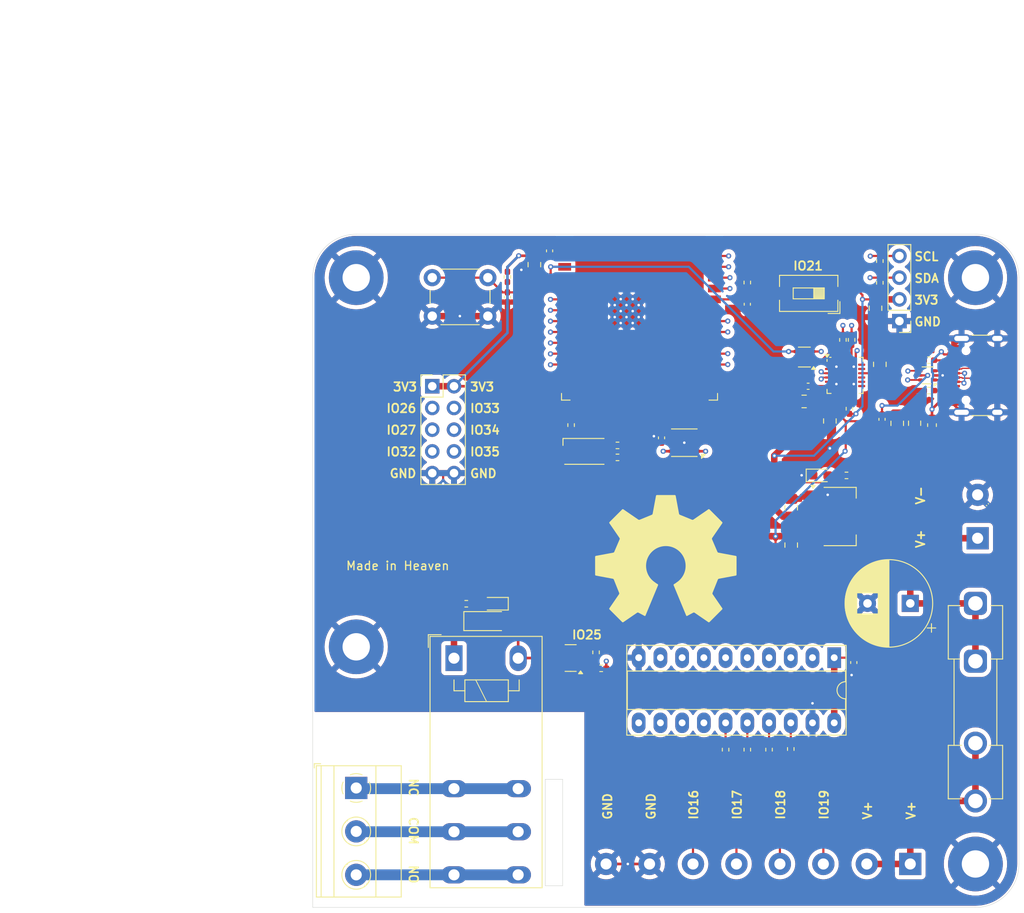
<source format=kicad_pcb>
(kicad_pcb (version 20240108) (generator "pcbnew") (generator_version "8.0")
  (title_block (title "ESP-WROOM-32D Practice") (date "2024-12-31") (rev "Rev1.0") (company "Embedique"))
  (layers (0 "F.Cu" signal) (1 "In1.Cu" signal) (2 "In2.Cu" signal) (31 "B.Cu" signal) (34 "B.Paste" user) (35 "F.Paste" user) (36 "B.SilkS" user "B.Silkscreen") (37 "F.SilkS" user "F.Silkscreen") (38 "B.Mask" user) (39 "F.Mask" user) (44 "Edge.Cuts" user))
  (net 0 "")
  (net 1 "GND")
  (net 2 "+5V")
  (net 3 "SW")
  (net 4 "+3V3")
  (net 5 "Net-(J2-Pin_1)")
  (net 6 "Net-(U5-VPP)")
  (net 7 "EN")
  (net 8 "Net-(D1-BK)")
  (net 9 "Net-(D1-GK)")
  (net 10 "Net-(D1-RK)")
  (net 11 "Net-(D2-A)")
  (net 12 "Net-(D3-K)")
  (net 13 "Net-(D3-A)")
  (net 14 "Net-(J1-Pin_1)")
  (net 15 "Net-(F2-Pad1)")
  (net 16 "VBUS")
  (net 17 "Net-(J1-Pin_3)")
  (net 18 "SDA")
  (net 19 "SCL")
  (net 20 "Net-(J4-D--PadA7)")
  (net 21 "Net-(J4-D+-PadA6)")
  (net 22 "/CC2")
  (net 23 "/CC1")
  (net 24 "Net-(J5-Pin_2)")
  (net 25 "Net-(J5-Pin_3)")
  (net 26 "Net-(J5-Pin_1)")
  (net 27 "GPIO26")
  (net 28 "GPIO34")
  (net 29 "GPIO27")
  (net 30 "GPIO33")
  (net 31 "GPIO32")
  (net 32 "GPIO35")
  (net 33 "~{DTR}")
  (net 34 "~{RTS}")
  (net 35 "IO0")
  (net 36 "Net-(Q2-B)")
  (net 37 "LED_R")
  (net 38 "LED_G")
  (net 39 "LED_B")
  (net 40 "Net-(U3-B0)")
  (net 41 "Net-(U3-B1)")
  (net 42 "Net-(J1-Pin_4)")
  (net 43 "Net-(U3-B2)")
  (net 44 "Net-(J1-Pin_5)")
  (net 45 "Net-(U3-B3)")
  (net 46 "Net-(J1-Pin_6)")
  (net 47 "Relay")
  (net 48 "Net-(U5-~{RST})")
  (net 49 "MCU_RX")
  (net 50 "Net-(U5-TXD)")
  (net 51 "MCU_TX")
  (net 52 "Net-(U5-RXD)")
  (net 55 "LED_STR3")
  (net 58 "LED_STR4")
  (net 61 "LED_STR1")
  (net 62 "LED_STR2")
  (net 63 "USB_D-")
  (net 64 "USB_D+")
  (footprint "Capacitor_SMD:C_0402_1005Metric_Pad0.74x0.62mm_HandSolder" (layer "F.Cu") (at 157.48 71.6875 -90)
    (property "Reference" "C2" (hide yes))
    (property "Value" "100n" (hide yes))
  )
  (footprint "Package_DIP:DIP-20_W7.62mm_Socket_LongPads" (layer "F.Cu") (at 167.64 113.03 -90)
    (property "Reference" "U3" (hide yes))
    (property "Value" "74HC245" (hide yes))
  )
  (footprint "Capacitor_SMD:C_0402_1005Metric_Pad0.74x0.62mm_HandSolder" (layer "F.Cu") (at 129.436 70.866 -90)
    (property "Reference" "C14" (hide yes))
    (property "Value" "100n" (hide yes))
  )
  (footprint "Package_TO_SOT_SMD:SOT-363_SC-70-6" (layer "F.Cu") (at 164.15 77.866 180)
    (property "Reference" "Q1" (hide yes))
    (property "Value" "UMH3N" (hide yes))
  )
  (footprint "Relay_THT:Relay_SPDT_Schrack-RT1-16A-FormC_RM5mm" (layer "F.Cu") (at 123.19 113.09 -90)
    (property "Reference" "K1" (hide yes))
    (property "Value" "RT314A05" (hide yes))
  )
  (footprint "LED_SMD:LED_RGB_Wuerth-PLCC4_3.2x2.8mm_150141M173100" (layer "F.Cu") (at 138.43 88.9)
    (property "Reference" "D1" (hide yes))
    (property "Value" "LED_RGBA" (hide yes))
  )
  (footprint "Capacitor_SMD:C_0805_2012Metric_Pad1.18x1.45mm_HandSolder" (layer "F.Cu") (at 164.122 83.058 180)
    (property "Reference" "C12" (hide yes))
    (property "Value" "22u" (hide yes))
  )
  (footprint "Capacitor_SMD:C_0805_2012Metric_Pad1.18x1.45mm_HandSolder" (layer "F.Cu") (at 167.132 85.344 -90)
    (property "Reference" "C10" (hide yes))
    (property "Value" "4u7" (hide yes))
  )
  (footprint "MountingHole:MountingHole_3.2mm_M3_Pad" (layer "F.Cu") (at 111.76 68.58)
    (property "Reference" "H1" (hide yes))
    (property "Value" "MountingHole_Pad" (hide yes))
  )
  (footprint "Package_DFN_QFN:QFN-24-1EP_4x4mm_P0.5mm_EP2.6x2.6mm" (layer "F.Cu") (at 168.91 80.01)
    (property "Reference" "U5" (hide yes))
    (property "Value" "CP2104" (hide yes))
  )
  (footprint "Button_Switch_SMD:SW_DIP_SPSTx01_Slide_6.7x4.1mm_W6.73mm_P2.54mm_LowProfile_JPin" (layer "F.Cu") (at 164.655 70.4175 180)
    (property "Reference" "SW1" (hide yes))
    (property "Value" "SW_SPST" (hide yes))
  )
  (footprint "RF_Module:ESP32-WROOM-32D" (layer "F.Cu") (at 144.88 73.02)
    (property "Reference" "U6" (hide yes))
    (property "Value" "ESP32-WROOM-32D" (hide yes))
  )
  (footprint "Package_TO_SOT_SMD:SOT-23" (layer "F.Cu") (at 136.8275 113.07 180)
    (property "Reference" "Q2" (hide yes))
    (property "Value" "BC817" (hide yes))
  )
  (footprint "Resistor_SMD:R_0402_1005Metric_Pad0.72x0.64mm_HandSolder" (layer "F.Cu") (at 172.974 66.6375 90)
    (property "Reference" "R11" (hide yes))
    (property "Value" "4k7" (hide yes))
  )
  (footprint "Capacitor_SMD:C_0805_2012Metric_Pad1.18x1.45mm_HandSolder" (layer "F.Cu") (at 132.588 67.056 -90)
    (property "Reference" "C15" (hide yes))
    (property "Value" "22u" (hide yes))
  )
  (footprint "Capacitor_SMD:C_0402_1005Metric_Pad0.74x0.62mm_HandSolder" (layer "F.Cu") (at 169.926 113.5975 90)
    (property "Reference" "C5" (hide yes))
    (property "Value" "100n" (hide yes))
  )
  (footprint "MountingHole:MountingHole_3.2mm_M3_Pad" (layer "F.Cu") (at 184.15 137.16)
    (property "Reference" "H4" (hide yes))
    (property "Value" "MountingHole_Pad" (hide yes))
  )
  (footprint "Resistor_SMD:R_0402_1005Metric_Pad0.72x0.64mm_HandSolder" (layer "F.Cu") (at 139.797 112.4065 90)
    (property "Reference" "R14" (hide yes))
    (property "Value" "10k" (hide yes))
  )
  (footprint "Inductor_SMD:L_0603_1608Metric" (layer "F.Cu") (at 179.07 85.8265 -90)
    (property "Reference" "FB1" (hide yes))
    (property "Value" "BLM21PG221" (hide yes))
  )
  (footprint "Connector_PinHeader_2.54mm:PinHeader_1x04_P2.54mm_Vertical" (layer "F.Cu") (at 175.26 73.66 180)
    (property "Reference" "J3" (hide yes))
    (property "Value" "Conn_I2C" (hide yes))
  )
  (footprint "Capacitor_SMD:C_0805_2012Metric_Pad1.18x1.45mm_HandSolder" (layer "F.Cu") (at 162.61 95.4965 90)
    (property "Reference" "C3" (hide yes))
    (property "Value" "22u" (hide yes))
  )
  (footprint "Resistor_SMD:R_0402_1005Metric_Pad0.72x0.64mm_HandSolder" (layer "F.Cu") (at 142.3035 89.6 180)
    (property "Reference" "R3" (hide yes))
    (property "Value" "47R" (hide yes))
  )
  (footprint "Capacitor_SMD:C_0402_1005Metric_Pad0.74x0.62mm_HandSolder" (layer "F.Cu") (at 147.453 87.3165 90)
    (property "Reference" "C4" (hide yes))
    (property "Value" "100n" (hide yes))
  )
  (footprint "MountingHole:MountingHole_3.2mm_M3_Pad" (layer "F.Cu") (at 184.15 68.58)
    (property "Reference" "H2" (hide yes))
    (property "Value" "MountingHole_Pad" (hide yes))
  )
  (footprint "Fuse:Fuseholder_Clip-5x20mm_Keystone_3517_Inline_P23.11x6.76mm_D1.70mm_Horizontal" (layer "F.Cu") (at 184.15 106.68 -90)
    (property "Reference" "F1" (hide yes))
    (property "Value" "Fuse" (hide yes))
  )
  (footprint "Capacitor_SMD:C_0805_2012Metric_Pad1.18x1.45mm_HandSolder" (layer "F.Cu") (at 175.006 85.6195 -90)
    (property "Reference" "C8" (hide yes))
    (property "Value" "22u" (hide yes))
  )
  (footprint "LED_SMD:LED_0603_1608Metric_Pad1.05x0.95mm_HandSolder" (layer "F.Cu") (at 166.025 91.708)
    (property "Reference" "D2" (hide yes))
    (property "Value" "LED" (hide yes))
  )
  (footprint "MountingHole:MountingHole_3.2mm_M3_Pad" (layer "F.Cu") (at 111.76 111.76)
    (property "Reference" "H3" (hide yes))
    (property "Value" "MountingHole_Pad" (hide yes))
  )
  (footprint "Resistor_SMD:R_0402_1005Metric_Pad0.72x0.64mm_HandSolder" (layer "F.Cu") (at 157.48 69.1475 -90)
    (property "Reference" "R1" (hide yes))
    (property "Value" "10k" (hide yes))
  )
  (footprint "Capacitor_SMD:C_0402_1005Metric_Pad0.74x0.62mm_HandSolder" (layer "F.Cu") (at 134.366 65.4471 90)
    (property "Reference" "C16" (hide yes))
    (property "Value" "100n" (hide yes))
  )
  (footprint "Resistor_SMD:R_0402_1005Metric_Pad0.72x0.64mm_HandSolder" (layer "F.Cu") (at 157.48 123.7875 -90)
    (property "Reference" "R8" (hide yes))
    (property "Value" "22R" (hide yes))
  )
  (footprint "Package_TO_SOT_SMD:SOT-223-3_TabPin2" (layer "F.Cu") (at 168.3 96.52)
    (property "Reference" "U1" (hide yes))
    (property "Value" "TLV1117LV33" (hide yes))
  )
  (footprint "Connector_USB:USB_C_Receptacle_HRO_TYPE-C-31-M-12" (layer "F.Cu") (at 185.655 80.01 90)
    (property "Reference" "J4" (hide yes))
    (property "Value" "USB_C_Receptacle_USB2.0_14P" (hide yes))
  )
  (footprint "LED_SMD:LED_0603_1608Metric_Pad1.05x0.95mm_HandSolder" (layer "F.Cu") (at 127.875 106.72 180)
    (property "Reference" "D3" (hide yes))
    (property "Value" "LED" (hide yes))
  )
  (footprint "Fuse:Fuse_0805_2012Metric_Pad1.15x1.40mm_HandSolder" (layer "F.Cu") (at 177.038 85.607 90)
    (property "Reference" "F2" (hide yes))
    (property "Value" "Polyfuse 1A" (hide yes))
  )
  (footprint "Resistor_SMD:R_0402_1005Metric_Pad0.72x0.64mm_HandSolder" (layer "F.Cu") (at 169.418 83.9095 90)
    (property "Reference" "R17" (hide yes))
    (property "Value" "10k" (hide yes))
  )
  (footprint "Resistor_SMD:R_0402_1005Metric_Pad0.72x0.64mm_HandSolder" (layer "F.Cu") (at 168.656 75.8565 90)
    (property "Reference" "R18" (hide yes))
    (property "Value" "22R" (hide yes))
  )
  (footprint "Button_Switch_THT:SW_PUSH_6mm" (layer "F.Cu") (at 120.65 68.58)
    (property "Reference" "SW2" (hide yes))
    (property "Value" "EN" (hide yes))
  )
  (footprint "Resistor_SMD:R_0402_1005Metric_Pad0.72x0.64mm_HandSolder" (layer "F.Cu") (at 136.88 85.8245 -90)
    (property "Reference" "R4" (hide yes))
    (property "Value" "22R" (hide yes))
  )
  (footprint "Capacitor_SMD:C_0805_2012Metric_Pad1.18x1.45mm_HandSolder" (layer "F.Cu") (at 172.466 72.1575 -90)
    (property "Reference" "C7" (hide yes))
    (property "Value" "22u" (hide yes))
  )
  (footprint "TerminalBlock_Phoenix:TerminalBlock_Phoenix_MKDS-1,5-2-5.08_1x02_P5.08mm_Horizontal" (layer "F.Cu") (at 184.404 99.06 90)
    (property "Reference" "J2" (hide yes))
    (property "Value" "Power input" (hide yes))
  )
  (footprint "Resistor_SMD:R_0402_1005Metric_Pad0.72x0.64mm_HandSolder" (layer "F.Cu") (at 124.6245 106.72)
    (property "Reference" "R12" (hide yes))
    (property "Value" "1k" (hide yes))
  )
  (footprint "Capacitor_SMD:C_0805_2012Metric_Pad1.18x1.45mm_HandSolder" (layer "F.Cu") (at 162.61 99.8575 -90)
    (property "Reference" "C1" (hide yes))
    (property "Value" "22u" (hide yes))
  )
  (footprint "Capacitor_SMD:C_0805_2012Metric_Pad1.18x1.45mm_HandSolder" (layer "F.Cu") (at 172.974 78.7185 90)
    (property "Reference" "C11" (hide yes))
    (property "Value" "4u7" (hide yes))
  )
  (footprint "Resistor_SMD:R_0402_1005Metric_Pad0.72x0.64mm_HandSolder" (layer "F.Cu") (at 140.3945 114.274 180)
    (property "Reference" "R13" (hide yes))
    (property "Value" "1k" (hide yes))
  )
  (footprint "Resistor_SMD:R_0402_1005Metric_Pad0.72x0.64mm_HandSolder" (layer "F.Cu") (at 154.94 123.7875 -90)
    (property "Reference" "R9" (hide yes))
    (property "Value" "22R" (hide yes))
  )
  (footprint "TerminalBlock_Phoenix:TerminalBlock_Phoenix_MKDS-1,5-3-5.08_1x03_P5.08mm_Horizontal" (layer "F.Cu") (at 111.76 128.27 -90)
    (property "Reference" "J5" (hide yes))
    (property "Value" "Screw_Terminal_01x03" (hide yes))
  )
  (footprint "Package_DFN_QFN:DFN-6-1EP_3x3mm_P1mm_EP1.5x2.4mm" (layer "F.Cu") (at 150.114 87.884 180)
    (property "Reference" "U2" (hide yes))
    (property "Value" "Si7021-A20" (hide yes))
  )
  (footprint "Resistor_SMD:R_0402_1005Metric_Pad0.72x0.64mm_HandSolder" (layer "F.Cu") (at 178.7265 81.788 180)
    (property "Reference" "R16" (hide yes))
    (property "Value" "5k1" (hide yes))
  )
  (footprint "Resistor_SMD:R_0402_1005Metric_Pad0.72x0.64mm_HandSolder" (layer "F.Cu") (at 142.3035 88.2 180)
    (property "Reference" "R2" (hide yes))
    (property "Value" "130R" (hide yes))
  )
  (footprint "Resistor_SMD:R_0402_1005Metric_Pad0.72x0.64mm_HandSolder" (layer "F.Cu") (at 169.073 91.708 180)
    (property "Reference" "R5" (hide yes))
    (property "Value" "470R" (hide yes))
  )
  (footprint "Resistor_SMD:R_0402_1005Metric_Pad0.72x0.64mm_HandSolder" (layer "F.Cu") (at 178.7265 78.232 180)
    (property "Reference" "R15" (hide yes))
    (property "Value" "5k1" (hide yes))
  )
  (footprint "Resistor_SMD:R_0402_1005Metric_Pad0.72x0.64mm_HandSolder" (layer "F.Cu") (at 129.436 68.4905 -90)
    (property "Reference" "R20" (hide yes))
    (property "Value" "10k" (hide yes))
  )
  (footprint "Connector_PinHeader_2.54mm:PinHeader_2x05_P2.54mm_Vertical" (layer "F.Cu") (at 120.65 81.28)
    (property "Reference" "J6" (hide yes))
    (property "Value" "Conn_02x05_Odd_Even" (hide yes))
  )
  (footprint "Resistor_SMD:R_0402_1005Metric_Pad0.72x0.64mm_HandSolder" (layer "F.Cu") (at 160.02 123.7875 -90)
    (property "Reference" "R7" (hide yes))
    (property "Value" "22R" (hide yes))
  )
  (footprint "Capacitor_SMD:C_0402_1005Metric_Pad0.74x0.62mm_HandSolder" (layer "F.Cu") (at 173.228 85.1495 -90)
    (property "Reference" "C9" (hide yes))
    (property "Value" "100n" (hide yes))
  )
  (footprint "Package_TO_SOT_SMD:SOT-666" (layer "F.Cu") (at 178.562 80.01 180)
    (property "Reference" "U4" (hide yes))
    (property "Value" "USBLC6-2P6" (hide yes))
  )
  (footprint "TerminalBlock_Phoenix:TerminalBlock_Phoenix_MKDS-1,5-8-5.08_1x08_P5.08mm_Horizontal" (layer "F.Cu") (at 176.53 137.16 180)
    (property "Reference" "J1" (hide yes))
    (property "Value" "Screw_Terminal_01x08" (hide yes))
  )
  (footprint "Resistor_SMD:R_0402_1005Metric_Pad0.72x0.64mm_HandSolder" (layer "F.Cu") (at 162.56 123.7125 -90)
    (property "Reference" "R6" (hide yes))
    (property "Value" "22R" (hide yes))
  )
  (footprint "Capacitor_SMD:C_0402_1005Metric_Pad0.74x0.62mm_HandSolder" (layer "F.Cu") (at 164.592 81.28 180)
    (property "Reference" "C13" (hide yes))
    (property "Value" "100n" (hide yes))
  )
  (footprint "Capacitor_THT:CP_Radial_D10.0mm_P5.00mm" (layer "F.Cu") (at 176.53 106.68 180)
    (property "Reference" "C6" (hide yes))
    (property "Value" "1000u/25V" (hide yes))
  )
  (footprint "Resistor_SMD:R_0402_1005Metric_Pad0.72x0.64mm_HandSolder" (layer "F.Cu") (at 169.672 75.8565 90)
    (property "Reference" "R19" (hide yes))
    (property "Value" "22R" (hide yes))
  )
  (footprint "Resistor_SMD:R_0402_1005Metric_Pad0.72x0.64mm_HandSolder" (layer "F.Cu") (at 172.974 69.1775 90)
    (property "Reference" "R10" (hide yes))
    (property "Value" "4k7" (hide yes))
  )
  (footprint "Diode_SMD:D_MiniMELF" (layer "F.Cu") (at 127 108.752)
    (property "Reference" "D4" (hide yes))
    (property "Value" "LL4148" (hide yes))
  )
  (gr_poly (pts (xy 149.004765 94.005524) (xy 149.009459 94.005874) (xy 149.014131 94.00645) (xy 149.018774 94.007246) (xy 149.023379 94.008257) (xy 149.027942 94.009477) (xy 149.032453 94.0109) (xy 149.036908 94.012521) (xy 149.041297 94.014333) (xy 149.045615 94.016331) (xy 149.054008 94.020862) (xy 149.062031 94.026067) (xy 149.069627 94.0319) (xy 149.07674 94.038315) (xy 149.083315 94.045266) (xy 149.089295 94.052707) (xy 149.092044 94.056597) (xy 149.094623 94.060593) (xy 149.097026 94.064687) (xy 149.099245 94.068876) (xy 149.101273 94.073152) (xy 149.103104 94.07751) (xy 149.104729 94.081945) (xy 149.106143 94.08645) (xy 149.107338 94.091021) (xy 149.108307 94.09565) (xy 149.499297 96.196109) (xy 149.501472 96.205423) (xy 149.504466 96.214772) (xy 149.508229 96.224095) (xy 149.512706 96.233331) (xy 149.517846 96.242417) (xy 149.523595 96.251292) (xy 149.5299 96.259896) (xy 149.53671 96.268165) (xy 149.54397 96.276039) (xy 149.551629 96.283456) (xy 149.559634 96.290355) (xy 149.567932 96.296674) (xy 149.57647 96.302351) (xy 149.585195 96.307325) (xy 149.594054 96.311534) (xy 149.602996 96.314917) (xy 151.010478 96.891157) (xy 151.019228 96.895027) (xy 151.028503 96.898257) (xy 151.038223 96.900855) (xy 151.048307 96.902826) (xy 151.058673 96.904175) (xy 151.069241 96.90491) (xy 151.079929 96.905036) (xy 151.090658 96.904559) (xy 151.101344 96.903486) (xy 151.111909 96.901821) (xy 151.122271 96.899573) (xy 151.132348 96.896745) (xy 151.142061 96.893346) (xy 151.151327 96.88938) (xy 151.160067 96.884853) (xy 151.168198 96.879773) (xy 152.922583 95.675548) (xy 152.926526 95.672971) (xy 152.930587 95.670594) (xy 152.934758 95.668417) (xy 152.939029 95.666439) (xy 152.943391 95.664659) (xy 152.947836 95.663076) (xy 152.956935 95.6605) (xy 152.966256 95.658703) (xy 152.975725 95.65768) (xy 152.98527 95.657424) (xy 152.99482 95.657929) (xy 153.004301 95.659188) (xy 153.013643 95.661195) (xy 153.022772 95.663943) (xy 153.031617 95.667427) (xy 153.040106 95.67164) (xy 153.044194 95.674018) (xy 153.048166 95.676575) (xy 153.052012 95.679312) (xy 153.055725 95.682227) (xy 153.059294 95.685319) (xy 153.062711 95.688588) (xy 154.54036 97.166444) (xy 154.543609 97.169879) (xy 154.546682 97.173466) (xy 154.549578 97.177194) (xy 154.552296 97.181056) (xy 154.554835 97.185042) (xy 154.557195 97.189144) (xy 154.559375 97.193351) (xy 154.561374 97.197656) (xy 154.563193 97.202049) (xy 154.564829 97.206521) (xy 154.567552 97.215667) (xy 154.56954 97.225022) (xy 154.570786 97.234515) (xy 154.571285 97.244073) (xy 154.571031 97.253625) (xy 154.570019 97.263098) (xy 154.568244 97.272422) (xy 154.567068 97.277005) (xy 154.5657 97.281523) (xy 154.564138 97.285968) (xy 154.562382 97.290331) (xy 154.56043 97.294602) (xy 154.558283 97.298773) (xy 154.55594 97.302834) (xy 154.5534 97.306778) (xy 153.370493 99.031563) (xy 153.365385 99.039724) (xy 153.360855 99.048475) (xy 153.356906 99.057738) (xy 153.353543 99.067433) (xy 153.350771 99.07748) (xy 153.348594 99.087801) (xy 153.347016 99.098317) (xy 153.346043 99.108949) (xy 153.345679 99.119617) (xy 153.345929 99.130242) (xy 153.346796 99.140745) (xy 153.348285 99.151047) (xy 153.350402 99.161069) (xy 153.35315 99.170732) (xy 153.356534 99.179956) (xy 153.360559 99.188663) (xy 153.982956 100.640853) (xy 153.984636 100.645312) (xy 153.986526 100.649758) (xy 153.990908 100.658586) (xy 153.99604 100.667282) (xy 154.001862 100.675794) (xy 154.008312 100.684069) (xy 154.01533 100.692052) (xy 154.022853 100.699691) (xy 154.03082 100.706932) (xy 154.039171 100.713722) (xy 154.047843 100.720007) (xy 154.056777 100.725735) (xy 154.06591 100.730851) (xy 154.075181 100.735303) (xy 154.084529 100.739037) (xy 154.089213 100.740618) (xy 154.093893 100.741999) (xy 154.098562 100.743174) (xy 154.103212 100.744137) (xy 156.133504 101.12188) (xy 156.133296 101.121673) (xy 156.137907 101.12266) (xy 156.14246 101.123871) (xy 156.146948 101.125299) (xy 156.151368 101.126936) (xy 156.155711 101.128777) (xy 156.159974 101.130814) (xy 156.164149 101.133041) (xy 156.168231 101.13545) (xy 156.172214 101.138035) (xy 156.176093 101.14079) (xy 156.179861 101.143706) (xy 156.183513 101.146778) (xy 156.187042 101.149998) (xy 156.190444 101.15336) (xy 156.193711 101.156857) (xy 156.196839 101.160482) (xy 156.199822 101.164229) (xy 156.202653 101.168089) (xy 156.205327 101.172058) (xy 156.207838 101.176127) (xy 156.21018 101.18029) (xy 156.212347 101.184541) (xy 156.214334 101.188872) (xy 156.216134 101.193276) (xy 156.217742 101.197747) (xy 156.219152 101.202278) (xy 156.220358 101.206862) (xy 156.221355 101.211492) (xy 156.222135 101.216162) (xy 156.222695 101.220864) (xy 156.223027 101.225592) (xy 156.223126 101.230339) (xy 156.22292 103.320449) (xy 156.222802 103.32516) (xy 156.222453 103.329858) (xy 156.221877 103.334535) (xy 156.22108 103.339185) (xy 156.22007 103.3438) (xy 156.21885 103.348373) (xy 156.217428 103.352896) (xy 156.215808 103.357363) (xy 156.212001 103.366099) (xy 156.207475 103.374522) (xy 156.202276 103.382576) (xy 156.196452 103.390202) (xy 156.190048 103.397343) (xy 156.18311 103.403941) (xy 156.175685 103.409939) (xy 156.171805 103.412695) (xy 156.16782 103.415279) (xy 156.163737 103.417684) (xy 156.159561 103.419904) (xy 156.155298 103.42193) (xy 156.150954 103.423755) (xy 156.146535 103.425373) (xy 156.142046 103.426776) (xy 156.137493 103.427956) (xy 156.132883 103.428908) (xy 154.152474 103.797543) (xy 154.147809 103.798507) (xy 154.143135 103.799686) (xy 154.133788 103.802662) (xy 154.12449 103.806418) (xy 154.115301 103.8109) (xy 154.106279 103.816054) (xy 154.097483 103.821826) (xy 154.088972 103.828161) (xy 154.080806 103.835007) (xy 154.073042 103.842309) (xy 154.065739 103.850012) (xy 154.058957 103.858064) (xy 154.052753 103.86641) (xy 154.047188 103.874996) (xy 154.042319 103.883768) (xy 154.038206 103.892673) (xy 154.034908 103.901656) (xy 153.416652 105.446573) (xy 153.412855 105.455357) (xy 153.409688 105.464658) (xy 153.407144 105.474395) (xy 153.405219 105.484489) (xy 153.403906 105.49486) (xy 153.403201 105.505427) (xy 153.403096 105.51611) (xy 153.403586 105.52683) (xy 153.404665 105.537506) (xy 153.406329 105.548059) (xy 153.40857 105.558408) (xy 153.411383 105.568473) (xy 153.414763 105.578174) (xy 153.418703 105.587431) (xy 153.423198 105.596164) (xy 153.428243 105.604294) (xy 154.553192 107.243803) (xy 154.555769 107.247765) (xy 154.558146 107.251844) (xy 154.560323 107.256031) (xy 154.562301 107.260318) (xy 154.564081 107.264695) (xy 154.565664 107.269153) (xy 154.56824 107.278279) (xy 154.570037 107.287622) (xy 154.57106 107.297112) (xy 154.571316 107.306678) (xy 154.570811 107.316247) (xy 154.569552 107.325748) (xy 154.567545 107.33511) (xy 154.564797 107.34426) (xy 154.561313 107.353128) (xy 154.5571 107.361642) (xy 154.554722 107.365744) (xy 154.552165 107.36973) (xy 154.549428 107.373593) (xy 154.546513 107.377321) (xy 154.543421 107.380908) (xy 154.540152 107.384344) (xy 153.062296 108.8622) (xy 153.058898 108.865431) (xy 153.055346 108.868489) (xy 153.05165 108.871371) (xy 153.047819 108.874077) (xy 153.043861 108.876607) (xy 153.039786 108.878959) (xy 153.035602 108.881133) (xy 153.031319 108.883128) (xy 153.026946 108.884943) (xy 153.022491 108.886578) (xy 153.013374 108.889302) (xy 153.00404 108.891294) (xy 152.994561 108.892548) (xy 152.985009 108.893058) (xy 152.975456 108.892816) (xy 152.965975 108.891818) (xy 152.956638 108.890055) (xy 152.952045 108.888885) (xy 152.947516 108.887522) (xy 152.943059 108.885965) (xy 152.938683 108.884213) (xy 152.934396 108.882265) (xy 152.930209 108.880121) (xy 152.92613 108.87778) (xy 152.922168 108.87524) (xy 151.311845 107.769746) (xy 151.303766 107.764701) (xy 151.295107 107.760278) (xy 151.285948 107.75648) (xy 151.276366 107.753307) (xy 151.266443 107.750761) (xy 151.256257 107.748844) (xy 151.245889 107.747556) (xy 151.235416 107.746901) (xy 151.224919 107.746878) (xy 151.214478 107.74749) (xy 151.204171 107.748738) (xy 151.194078 107.750623) (xy 151.184278 107.753148) (xy 151.174852 107.756313) (xy 151.165877 107.76012) (xy 151.157435 107.764571) (xy 150.447278 108.143764) (xy 150.443028 108.145777) (xy 150.438743 108.147547) (xy 150.43443 108.149077) (xy 150.430096 108.15037) (xy 150.42575 108.151429) (xy 150.421399 108.152256) (xy 150.417049 108.152853) (xy 150.412709 108.153224) (xy 150.408385 108.153371) (xy 150.404085 108.153296) (xy 150.399817 108.153002) (xy 150.395588 108.152492) (xy 150.391405 108.151769) (xy 150.387275 108.150835) (xy 150.383207 108.149692) (xy 150.379207 108.148343) (xy 150.375282 108.146792) (xy 150.371441 108.145039) (xy 150.367691 108.143089) (xy 150.364038 108.140944) (xy 150.360491 108.138606) (xy 150.357057 108.136078) (xy 150.353742 108.133362) (xy 150.350556 108.130462) (xy 150.347504 108.127379) (xy 150.344594 108.124117) (xy 150.341834 108.120677) (xy 150.339232 108.117064) (xy 150.336794 108.113278) (xy 150.334527 108.109324) (xy 150.33244 108.105203) (xy 150.33054 108.100918) (xy 148.866345 104.561725) (xy 148.864653 104.557323) (xy 148.863185 104.552853) (xy 148.861939 104.548326) (xy 148.86091 104.543749) (xy 148.860098 104.53913) (xy 148.859498 104.534478) (xy 148.858925 104.525108) (xy 148.85917 104.515707) (xy 148.86021 104.506341) (xy 148.862022 104.497079) (xy 148.864585 104.487987) (xy 148.867875 104.479133) (xy 148.871871 104.470583) (xy 148.876549 104.462406) (xy 148.881887 104.454669) (xy 148.887864 104.447439) (xy 148.891084 104.444035) (xy 148.894456 104.440783) (xy 148.897976 104.437691) (xy 148.901641 104.434768) (xy 148.905449 104.432022) (xy 148.909396 104.429462) (xy 149.087194 104.320589) (xy 149.099978 104.312416) (xy 149.11363 104.303089) (xy 149.127893 104.292818) (xy 149.14251 104.281806) (xy 149.157225 104.27026) (xy 149.171779 104.258388) (xy 149.185916 104.246394) (xy 149.199379 104.234485) (xy 149.317029 104.153934) (xy 149.429312 104.066478) (xy 149.535922 103.972421) (xy 149.636552 103.872068) (xy 149.730895 103.765722) (xy 149.818643 103.653689) (xy 149.899491 103.536271) (xy 149.973132 103.413773) (xy 150.039257 103.286499) (xy 150.069407 103.221166) (xy 150.097562 103.154753) (xy 150.123685 103.087298) (xy 150.147739 103.018839) (xy 150.169683 102.949415) (xy 150.18948 102.879062) (xy 150.207092 102.80782) (xy 150.22248 102.735726) (xy 150.235606 102.662817) (xy 150.246431 102.589133) (xy 150.254917 102.514712) (xy 150.261027 102.43959) (xy 150.26472 102.363806) (xy 150.26596 102.287399) (xy 150.262953 102.168444) (xy 150.254028 102.051051) (xy 150.239331 101.935364) (xy 150.219007 101.82153) (xy 150.193202 101.709694) (xy 150.162059 101.6) (xy 150.125726 101.492593) (xy 150.084346 101.387621) (xy 150.038065 101.285226) (xy 149.987029 101.185555) (xy 149.931382 101.088753) (xy 149.87127 100.994965) (xy 149.806838 100.904336) (xy 149.738232 100.817012) (xy 149.665596 100.733138) (xy 149.589076 100.652858) (xy 149.508816 100.576319) (xy 149.424963 100.503666) (xy 149.337661 100.435043) (xy 149.247056 100.370596) (xy 149.153293 100.31047) (xy 149.056517 100.25481) (xy 148.956874 100.203763) (xy 148.854508 100.157472) (xy 148.749564 100.116083) (xy 148.642189 100.079741) (xy 148.532527 100.048592) (xy 148.420724 100.022781) (xy 148.306924 100.002453) (xy 148.191274 99.987753) (xy 148.073917 99.978826) (xy 147.955 99.975819) (xy 147.836083 99.978826) (xy 147.718727 99.987753) (xy 147.603076 100.002453) (xy 147.489277 100.022781) (xy 147.377473 100.048592) (xy 147.267811 100.079741) (xy 147.160436 100.116083) (xy 147.055493 100.157472) (xy 146.953127 100.203763) (xy 146.853483 100.25481) (xy 146.756707 100.31047) (xy 146.662944 100.370596) (xy 146.572339 100.435043) (xy 146.485037 100.503666) (xy 146.401184 100.576319) (xy 146.320925 100.652858) (xy 146.244405 100.733138) (xy 146.171768 100.817012) (xy 146.103162 100.904336) (xy 146.03873 100.994965) (xy 145.978618 101.088753) (xy 145.922971 101.185555) (xy 145.871935 101.285226) (xy 145.825654 101.387621) (xy 145.784275 101.492593) (xy 145.747941 101.6) (xy 145.716798 101.709694) (xy 145.690993 101.82153) (xy 145.670669 101.935364) (xy 145.655972 102.051051) (xy 145.647047 102.168444) (xy 145.64404 102.287399) (xy 145.648973 102.43959) (xy 145.663569 102.589133) (xy 145.68752 102.735726) (xy 145.72052 102.879062) (xy 145.762262 103.018839) (xy 145.812438 103.154753) (xy 145.870743 103.286499) (xy 145.936869 103.413773) (xy 146.010509 103.536271) (xy 146.091357 103.653689) (xy 146.179105 103.765722) (xy 146.273448 103.872068) (xy 146.374078 103.972421) (xy 146.480688 104.066478) (xy 146.592971 104.153934) (xy 146.710621 104.234485) (xy 146.724144 104.246453) (xy 146.738311 104.258475) (xy 146.752877 104.270352) (xy 146.767593 104.281884) (xy 146.782212 104.292872) (xy 146.796487 104.303119) (xy 146.810169 104.312424) (xy 146.823013 104.320589) (xy 147.00081 104.429462) (xy 147.004776 104.432022) (xy 147.0086 104.434768) (xy 147.012279 104.437691) (xy 147.015811 104.440782) (xy 147.019192 104.444034) (xy 147.02242 104.447438) (xy 147.025493 104.450986) (xy 147.028407 104.454669) (xy 147.031161 104.458478) (xy 147.03375 104.462406) (xy 147.036173 104.466444) (xy 147.038428 104.470583) (xy 147.04051 104.474815) (xy 147.042418 104.479132) (xy 147.044149 104.483526) (xy 147.0457 104.487987) (xy 147.047069 104.492507) (xy 147.048252 104.497079) (xy 147.049247 104.501693) (xy 147.050052 104.506341) (xy 147.050663 104.511015) (xy 147.051079 104.515707) (xy 147.051296 104.520407) (xy 147.051311 104.525108) (xy 147.051123 104.529801) (xy 147.050727 104.534478) (xy 147.050123 104.53913) (xy 147.049306 104.543749) (xy 147.048274 104.548326) (xy 147.047025 104.552853) (xy 147.045555 104.557323) (xy 147.043863 104.561725) (xy 145.579461 108.100712) (xy 145.57756 108.104998) (xy 145.575471 108.109122) (xy 145.573202 108.113082) (xy 145.570761 108.116874) (xy 145.568154 108.120496) (xy 145.565389 108.123945) (xy 145.562474 108.127218) (xy 145.559416 108.130313) (xy 145.556223 108.133226) (xy 145.552903 108.135954) (xy 145.549462 108.138495) (xy 145.545908 108.140846) (xy 145.542249 108.143004) (xy 145.538493 108.144966) (xy 145.534646 108.146729) (xy 145.530717 108.148291) (xy 145.526712 108.149649) (xy 145.52264 108.150799) (xy 145.518507 108.151739) (xy 145.514322 108.152467) (xy 145.510092 108.152978) (xy 145.505824 108.153272) (xy 145.501526 108.153343) (xy 145.497205 108.153191) (xy 145.492869 108.152811) (xy 145.488525 108.152202) (xy 145.484181 108.151359) (xy 145.479845 108.150282) (xy 145.475523 108.148965) (xy 145.471224 108.147408) (xy 145.466955 108.145606) (xy 145.462722 108.143557) (xy 144.752566 107.764365) (xy 144.74416 107.759951) (xy 144.735217 107.756175) (xy 144.725817 107.753037) (xy 144.71604 107.750536) (xy 144.705964 107.748671) (xy 144.695669 107.747439) (xy 144.685235 107.746841) (xy 144.67474 107.746875) (xy 144.664265 107.747539) (xy 144.653889 107.748833) (xy 144.643691 107.750755) (xy 144.633751 107.753304) (xy 144.624148 107.756479) (xy 144.614962 107.760278) (xy 144.606272 107.764701) (xy 144.598157 107.769746) (xy 142.987832 108.87524) (xy 142.98387 108.877799) (xy 142.979791 108.880158) (xy 142.975604 108.882318) (xy 142.971318 108.884281) (xy 142.966941 108.886047) (xy 142.962483 108.887617) (xy 142.95336 108.890172) (xy 142.94402 108.891951) (xy 142.934534 108.892962) (xy 142.924975 108.893211) (xy 142.915414 108.892704) (xy 142.905924 108.891448) (xy 142.896576 108.889448) (xy 142.887442 108.886711) (xy 142.878594 108.883245) (xy 142.870104 108.879054) (xy 142.866015 108.876689) (xy 142.862043 108.874145) (xy 142.858196 108.871424) (xy 142.854484 108.868525) (xy 142.850915 108.86545) (xy 142.847498 108.8622) (xy 141.369643 107.384344) (xy 141.366393 107.380908) (xy 141.363318 107.377321) (xy 141.360419 107.373593) (xy 141.357698 107.36973) (xy 141.355154 107.365744) (xy 141.352789 107.361642) (xy 141.350604 107.357434) (xy 141.348598 107.353128) (xy 141.346774 107.348734) (xy 141.345131 107.34426) (xy 141.342395 107.335109) (xy 141.340395 107.325748) (xy 141.339139 107.316246) (xy 141.338632 107.306677) (xy 141.33888 107.297112) (xy 141.339891 107.287621) (xy 141.340685 107.282927) (xy 141.341671 107.278278) (xy 141.342851 107.273684) (xy 141.344226 107.269153) (xy 141.345795 107.264694) (xy 141.347561 107.260317) (xy 141.349524 107.256031) (xy 141.351685 107.251844) (xy 141.354044 107.247764) (xy 141.356603 107.243803) (xy 142.481553 105.604086) (xy 142.486634 105.595991) (xy 142.491161 105.587283) (xy 142.495128 105.578043) (xy 142.498529 105.568353) (xy 142.501359 105.558292) (xy 142.503613 105.547943) (xy 142.505283 105.537385) (xy 142.506365 105.526701) (xy 142.506853 105.51597) (xy 142.506741 105.505275) (xy 142.506023 105.494695) (xy 142.504693 105.484312) (xy 142.502746 105.474206) (xy 142.500176 105.46446) (xy 142.496978 105.455153) (xy 142.493144 105.446366) (xy 141.874887 103.901449) (xy 141.873361 103.89695) (xy 141.87162 103.892464) (xy 141.869673 103.887996) (xy 141.867526 103.883553) (xy 141.862666 103.874772) (xy 141.8571 103.866174) (xy 141.850888 103.857816) (xy 141.844092 103.849751) (xy 141.836772 103.842035) (xy 141.828989 103.834722) (xy 141.820803 103.827868) (xy 141.812275 103.821528) (xy 141.803466 103.815755) (xy 141.794436 103.810606) (xy 141.785245 103.806134) (xy 141.775956 103.802396) (xy 141.771293 103.800818) (xy 141.766628 103.799445) (xy 141.761968 103.798282) (xy 141.757321 103.797337) (xy 139.776912 103.4287) (xy 139.772301 103.427731) (xy 139.767749 103.426536) (xy 139.76326 103.425122) (xy 139.75884 103.423497) (xy 139.754496 103.421666) (xy 139.750233 103.419637) (xy 139.746057 103.417417) (xy 139.741974 103.415014) (xy 139.737989 103.412433) (xy 139.734109 103.409682) (xy 139.730339 103.406768) (xy 139.726684 103.403698) (xy 139.723152 103.400478) (xy 139.719747 103.397117) (xy 139.716475 103.39362) (xy 139.713342 103.389995) (xy 139.710355 103.386248) (xy 139.707518 103.382388) (xy 139.704838 103.37842) (xy 139.702319 103.374351) (xy 139.699969 103.37019) (xy 139.697793 103.365942) (xy 139.695797 103.361614) (xy 139.693986 103.357214) (xy 139.692367 103.352748) (xy 139.690945 103.348224) (xy 139.689725 103.343649) (xy 139.688714 103.339029) (xy 139.687918 103.334371) (xy 139.687342 103.329682) (xy 139.686992 103.32497) (xy 139.686875 103.320241) (xy 139.686875 101.230131) (xy 139.686992 101.225422) (xy 139.68734 101.220727) (xy 139.687913 101.216055) (xy 139.688706 101.211413) (xy 139.689712 101.206807) (xy 139.690927 101.202244) (xy 139.692344 101.197731) (xy 139.693957 101.193276) (xy 139.695762 101.188885) (xy 139.697752 101.184565) (xy 139.702265 101.176168) (xy 139.707451 101.168138) (xy 139.713265 101.160534) (xy 139.719661 101.153409) (xy 139.726593 101.146821) (xy 139.734017 101.140825) (xy 139.737899 101.138066) (xy 139.741887 101.135476) (xy 139.745974 101.133062) (xy 139.750156 101.13083) (xy 139.754427 101.128789) (xy 139.758781 101.126944) (xy 139.763212 101.125303) (xy 139.767714 101.123873) (xy 139.772283 101.122661) (xy 139.776912 101.121673) (xy 141.807204 100.74393) (xy 141.816556 100.741758) (xy 141.825945 100.73877) (xy 141.83531 100.735019) (xy 141.84459 100.730557) (xy 141.853724 100.725436) (xy 141.862652 100.719709) (xy 141.871314 100.713429) (xy 141.879648 100.706647) (xy 141.887593 100.699417) (xy 141.89509 100.69179) (xy 141.902078 100.683819) (xy 141.908496 100.675558) (xy 141.914283 100.667057) (xy 141.919379 100.65837) (xy 141.923722 100.649548) (xy 141.927254 100.640646) (xy 142.54965 99.188456) (xy 142.553673 99.179749) (xy 142.557051 99.170525) (xy 142.559791 99.160862) (xy 142.561898 99.15084) (xy 142.563378 99.140538) (xy 142.564237 99.130035) (xy 142.56448 99.11941) (xy 142.564113 99.108742) (xy 142.563143 99.09811) (xy 142.561574 99.087594) (xy 142.559413 99.077273) (xy 142.556665 99.067226) (xy 142.553336 99.057531) (xy 142.549432 99.048269) (xy 142.544959 99.039517) (xy 142.539922 99.031356) (xy 141.35681 97.306778) (xy 141.354233 97.302834) (xy 141.351858 97.298773) (xy 141.349684 97.294602) (xy 141.347709 97.290331) (xy 141.345933 97.285968) (xy 141.344356 97.281523) (xy 141.341791 97.272422) (xy 141.340007 97.263098) (xy 141.338996 97.253625) (xy 141.338753 97.244073) (xy 141.339268 97.234515) (xy 141.340535 97.225022) (xy 141.342547 97.215667) (xy 141.345297 97.206521) (xy 141.348776 97.197656) (xy 141.352978 97.189144) (xy 141.355348 97.185042) (xy 141.357896 97.181056) (xy 141.360621 97.177194) (xy 141.363522 97.173466) (xy 141.366599 97.169879) (xy 141.369849 97.166444) (xy 142.847498 95.688588) (xy 142.850915 95.685338) (xy 142.854484 95.682263) (xy 142.858196 95.679365) (xy 142.862043 95.676643) (xy 142.866015 95.674099) (xy 142.870104 95.671735) (xy 142.8743 95.669549) (xy 142.878594 95.667544) (xy 142.882978 95.665719) (xy 142.887442 95.664077) (xy 142.896576 95.66134) (xy 142.905924 95.65934) (xy 142.915414 95.658084) (xy 142.924975 95.657577) (xy 142.934534 95.657826) (xy 142.94402 95.658837) (xy 142.948712 95.65963) (xy 142.95336 95.660616) (xy 142.957953 95.661796) (xy 142.962483 95.663171) (xy 142.966941 95.664741) (xy 142.971318 95.666507) (xy 142.975604 95.66847) (xy 142.979791 95.67063) (xy 142.98387 95.67299) (xy 142.987832 95.675548) (xy 144.742217 96.879772) (xy 144.750312 96.884851) (xy 144.75902 96.889371) (xy 144.76826 96.893328) (xy 144.77795 96.896716) (xy 144.788011 96.899531) (xy 144.79836 96.901766) (xy 144.808918 96.903418) (xy 144.819602 96.904481) (xy 144.830333 96.90495) (xy 144.841029 96.904819) (xy 144.851608 96.904083) (xy 144.861992 96.902738) (xy 144.872097 96.900778) (xy 144.881844 96.898198) (xy 144.891151 96.894992) (xy 144.899937 96.891157) (xy 146.307626 96.314917) (xy 146.312103 96.313333) (xy 146.316567 96.311534) (xy 146.321011 96.309529) (xy 146.325427 96.307325) (xy 146.334152 96.302351) (xy 146.34269 96.296674) (xy 146.350987 96.290355) (xy 146.358992 96.283456) (xy 146.366651 96.276039) (xy 146.373912 96.268165) (xy 146.380721 96.259895) (xy 146.387027 96.251292) (xy 146.392776 96.242417) (xy 146.397915 96.23333) (xy 146.402393 96.224095) (xy 146.406155 96.214772) (xy 146.40915 96.205423) (xy 146.410343 96.200758) (xy 146.411324 96.196109) (xy 146.802107 94.095443) (xy 146.803076 94.090833) (xy 146.804271 94.08628) (xy 146.805685 94.081791) (xy 146.807311 94.077372) (xy 146.809141 94.073027) (xy 146.811169 94.068765) (xy 146.813388 94.064589) (xy 146.815791 94.060505) (xy 146.81837 94.056521) (xy 146.821119 94.05264) (xy 146.824031 94.04887) (xy 146.827099 94.045216) (xy 146.830315 94.041683) (xy 146.833674 94.038278) (xy 146.837166 94.035006) (xy 146.840787 94.031874) (xy 146.844528 94.028886) (xy 146.848383 94.026049) (xy 146.852344 94.023369) (xy 146.856406 94.020851) (xy 146.860559 94.018501) (xy 146.864799 94.016325) (xy 146.869117 94.014328) (xy 146.873506 94.012518) (xy 146.877961 94.010898) (xy 146.882472 94.009476) (xy 146.887035 94.008256) (xy 146.89164 94.007246) (xy 146.896283 94.006449) (xy 146.900955 94.005874) (xy 146.905649 94.005524) (xy 146.910359 94.005406) (xy 149.000055 94.005406)) (stroke (width -0.000001)) (fill solid) (layer "F.SilkS"))
  (gr_line (start 106.68 142.24) (end 106.68 68.58) (stroke (width 0.05)) (layer "Edge.Cuts"))
  (gr_arc (start 189.23 137.16) (mid 187.742102 140.752102) (end 184.15 142.24) (stroke (width 0.05)) (layer "Edge.Cuts"))
  (gr_line (start 135.89 139.7) (end 133.858 139.7) (stroke (width 0.05)) (layer "Edge.Cuts"))
  (gr_arc (start 184.15 63.5) (mid 187.742102 64.987898) (end 189.23 68.58) (stroke (width 0.05)) (layer "Edge.Cuts"))
  (gr_line (start 133.858 127.254) (end 135.89 127.254) (stroke (width 0.05)) (layer "Edge.Cuts"))
  (gr_line (start 135.89 127.254) (end 135.89 139.7) (stroke (width 0.05)) (layer "Edge.Cuts"))
  (gr_line (start 184.15 142.24) (end 106.68 142.24) (stroke (width 0.05)) (layer "Edge.Cuts"))
  (gr_line (start 111.76 63.5) (end 184.15 63.5) (stroke (width 0.05)) (layer "Edge.Cuts"))
  (gr_arc (start 106.68 68.58) (mid 108.167898 64.987898) (end 111.76 63.5) (stroke (width 0.05)) (layer "Edge.Cuts"))
  (gr_line (start 189.23 68.58) (end 189.23 137.16) (stroke (width 0.05)) (layer "Edge.Cuts"))
  (gr_line (start 133.858 139.7) (end 133.858 127.254) (stroke (width 0.05)) (layer "Edge.Cuts"))
  (gr_text "IO16" (at 151.794 132.08 90) (layer "F.SilkS") (effects (font (size 1 1) (thickness 0.2) (bold yes)) (justify left bottom)))
  (gr_text "V+" (at 178.308 100.307619 90) (layer "F.SilkS") (effects (font (size 1 1) (thickness 0.2) (bold yes)) (justify left bottom)))
  (gr_text "V-" (at 178.308 95.227619 90) (layer "F.SilkS") (effects (font (size 1 1) (thickness 0.2) (bold yes)) (justify left bottom)))
  (gr_text "IO27" (at 115.189 86.995 0) (layer "F.SilkS") (effects (font (size 1 1) (thickness 0.2) (bold yes)) (justify left bottom)))
  (gr_text "3V3" (at 124.968 81.944 0) (layer "F.SilkS") (effects (font (size 1 1) (thickness 0.2) (bold yes)) (justify left bottom)))
  (gr_text "IO35" (at 124.968 89.535 0) (layer "F.SilkS") (effects (font (size 1 1) (thickness 0.2) (bold yes)) (justify left bottom)))
  (gr_text "IO33" (at 124.968 84.455 0) (layer "F.SilkS") (effects (font (size 1 1) (thickness 0.2) (bold yes)) (justify left bottom)))
  (gr_text "GND" (at 176.911 74.324 0) (layer "F.SilkS") (effects (font (size 1 1) (thickness 0.2) (bold yes)) (justify left bottom)))
  (gr_text "SDA" (at 176.911 69.244 0) (layer "F.SilkS") (effects (font (size 1 1) (thickness 0.2) (bold yes)) (justify left bottom)))
  (gr_text "COM" (at 117.856 131.554762 -90) (layer "F.SilkS") (effects (font (size 1 1) (thickness 0.2) (bold yes)) (justify left bottom)))
  (gr_text "3V3" (at 115.951 81.944 0) (layer "F.SilkS") (effects (font (size 1 1) (thickness 0.2) (bold yes)) (justify left bottom)))
  (gr_text "IO34" (at 124.968 86.995 0) (layer "F.SilkS") (effects (font (size 1 1) (thickness 0.2) (bold yes)) (justify left bottom)))
  (gr_text "IO18" (at 161.954 132.08 90) (layer "F.SilkS") (effects (font (size 1 1) (thickness 0.2) (bold yes)) (justify left bottom)))
  (gr_text "V+" (at 177.194 132.08 90) (layer "F.SilkS") (effects (font (size 1 1) (thickness 0.2) (bold yes)) (justify left bottom)))
  (gr_text "3V3" (at 176.911 71.784 0) (layer "F.SilkS") (effects (font (size 1 1) (thickness 0.2) (bold yes)) (justify left bottom)))
  (gr_text "IO21" (at 162.740715 67.7926 0) (layer "F.SilkS") (effects (font (size 1 1) (thickness 0.2) (bold yes)) (justify left bottom)))
  (gr_text "IO26" (at 115.189 84.455 0) (layer "F.SilkS") (effects (font (size 1 1) (thickness 0.2) (bold yes)) (justify left bottom)))
  (gr_text "GND" (at 124.968 92.075 0) (layer "F.SilkS") (effects (font (size 1 1) (thickness 0.2) (bold yes)) (justify left bottom)))
  (gr_text "V+" (at 172.114 132.08 90) (layer "F.SilkS") (effects (font (size 1 1) (thickness 0.2) (bold yes)) (justify left bottom)))
  (gr_text "NC" (at 117.856 127.046191 -90) (layer "F.SilkS") (effects (font (size 1 1) (thickness 0.2) (bold yes)) (justify left bottom)))
  (gr_text "IO25" (at 136.8806 110.9472 0) (layer "F.SilkS") (effects (font (size 1 1) (thickness 0.2) (bold yes)) (justify left bottom)))
  (gr_text "IO19" (at 167.034 132.08 90) (layer "F.SilkS") (effects (font (size 1 1) (thickness 0.2) (bold yes)) (justify left bottom)))
  (gr_text "GND" (at 146.812 132.08 90) (layer "F.SilkS") (effects (font (size 1 1) (thickness 0.2) (bold yes)) (justify left bottom)))
  (gr_text "IO32" (at 115.189 89.535 0) (layer "F.SilkS") (effects (font (size 1 1) (thickness 0.2) (bold yes)) (justify left bottom)))
  (gr_text "NO" (at 117.856 137.182381 -90) (layer "F.SilkS") (effects (font (size 1 1) (thickness 0.2) (bold yes)) (justify left bottom)))
  (gr_text "SCL\n" (at 176.911 66.704 0) (layer "F.SilkS") (effects (font (size 1 1) (thickness 0.2) (bold yes)) (justify left bottom)))
  (gr_text "GND" (at 115.57 92.075 0) (layer "F.SilkS") (effects (font (size 1 1) (thickness 0.2) (bold yes)) (justify left bottom)))
  (gr_text "IO17" (at 156.874 132.08 90) (layer "F.SilkS") (effects (font (size 1 1) (thickness 0.2) (bold yes)) (justify left bottom)))
  (gr_text "Made in Heaven" (at 110.49 102.87 0) (layer "F.SilkS") (effects (font (size 1 1)) (justify left bottom)))
  (gr_text "GND" (at 141.732 132.08 90) (layer "F.SilkS") (effects (font (size 1 1) (thickness 0.2) (bold yes)) (justify left bottom)))
  (segment (start 172.466 73.195) (end 173.398 73.195) (width 0.305) (layer "F.Cu") (net 1))
  (segment (start 151.564 87.884) (end 150.114 87.884) (width 0.254) (layer "F.Cu") (net 1))
  (segment (start 131.064 67.6656) (end 131.4919 68.0935) (width 0.254) (layer "F.Cu") (net 1))
  (segment (start 131.4919 68.0935) (end 132.588 68.0935) (width 0.254) (layer "F.Cu") (net 1))
  (segment (start 163.844 91.708) (end 163.83 91.694) (width 0.254) (layer "F.Cu") (net 1))
  (segment (start 147.453 86.749) (end 146.931 86.749) (width 0.305) (layer "F.Cu") (net 1))
  (segment (start 179.487 80.01) (end 180.3146 80.01) (width 0.254) (layer "F.Cu") (net 1))
  (segment (start 181.61 83.26) (end 181.61 83.415) (width 0.305) (layer "F.Cu") (net 1))
  (segment (start 165.15 94.22) (end 166.638 94.22) (width 0.254) (layer "F.Cu") (net 1))
  (segment (start 121.92 91.7448) (end 121.6152 91.44) (width 0.254) (layer "F.Cu") (net 1))
  (segment (start 169.926 114.165) (end 169.926 114.808) (width 0.254) (layer "F.Cu") (net 1))
  (segment (start 121.92 91.7448) (end 121.92 92.6592) (width 0.254) (layer "F.Cu") (net 1))
  (segment (start 167.628 79.26) (end 167.894 78.994) (width 0.254) (layer "F.Cu") (net 1))
  (segment (start 121.92 91.44) (end 122.2248 91.44) (width 0.254) (layer "F.Cu") (net 1))
  (segment (start 122.2248 91.44) (end 123.19 91.44) (width 0.254) (layer "F.Cu") (net 1))
  (segment (start 163.8948 94.22) (end 165.15 94.22) (width 0.254) (layer "F.Cu") (net 1))
  (segment (start 181.61 83.415) (end 182.525 84.33) (width 0.305) (layer "F.Cu") (net 1))
  (segment (start 136.0204 64.8796) (end 136.13 64.77) (width 0.254) (layer "F.Cu") (net 1))
  (segment (start 163.6558 94.459) (end 163.8948 94.22) (width 0.254) (layer "F.Cu") (net 1))
  (segment (start 169.926 114.808) (end 169.672 115.062) (width 0.254) (layer "F.Cu") (net 1))
  (segment (start 167.132 86.3815) (end 167.132 88.5444) (width 0.254) (layer "F.Cu") (net 1))
  (segment (start 181.61 76.76) (end 181.61 76.605) (width 0.305) (layer "F.Cu") (net 1))
  (segment (start 165.15 91.708) (end 163.844 91.708) (width 0.254) (layer "F.Cu") (net 1))
  (segment (start 134.366 64.8796) (end 136.0204 64.8796) (width 0.254) (layer "F.Cu") (net 1))
  (segment (start 182.525 75.69) (end 186.705 75.69) (width 0.305) (layer "F.Cu") (net 1))
  (segment (start 123.8716 73.08) (end 120.65 73.08) (width 0.762) (layer "F.Cu") (net 1))
  (segment (start 121.92 91.44) (end 121.92 91.7448) (width 0.254) (layer "F.Cu") (net 1))
  (segment (start 121.6152 91.44) (end 121.92 91.44) (width 0.254) (layer "F.Cu") (net 1))
  (segment (start 143.51 137.16) (end 146.05 137.16) (width 0.305) (layer "F.Cu") (net 1))
  (segment (start 166.9725 79.26) (end 167.628 79.26) (width 0.254) (layer "F.Cu") (net 1))
  (segment (start 173.398 73.195) (end 173.863 73.66) (width 0.305) (layer "F.Cu") (net 1))
  (segment (start 121.92 91.7448) (end 122.2248 91.44) (width 0.254) (layer "F.Cu") (net 1))
  (segment (start 146.931 86.749) (end 146.558 87.122) (width 0.305) (layer "F.Cu") (net 1))
  (segment (start 127.15 73.08) (end 123.88 73.08) (width 0.762) (layer "F.Cu") (net 1))
  (segment (start 173.863 73.66) (end 175.26 73.66) (width 0.305) (layer "F.Cu") (net 1))
  (segment (start 181.61 76.605) (end 182.525 75.69) (width 0.305) (layer "F.Cu") (net 1))
  (segment (start 165.1 120.65) (end 165.1 118.364) (width 0.305) (layer "F.Cu") (net 1))
  (segment (start 140.97 137.16) (end 143.51 137.16) (width 0.305) (layer "F.Cu") (net 1))
  (segment (start 166.638 94.22) (end 166.878 93.98) (width 0.254) (layer "F.Cu") (net 1))
  (segment (start 162.61 94.459) (end 163.6558 94.459) (width 0.254) (layer "F.Cu") (net 1))
  (segment (start 182.525 84.33) (end 186.705 84.33) (width 0.305) (layer "F.Cu") (net 1))
  (segment (start 120.65 91.44) (end 121.6152 91.44) (width 0.254) (layer "F.Cu") (net 1))
  (via (at 180.3146 80.01) (size 0.6) (drill 0.3) (layers "F.Cu" "B.Cu") (net 1))
  (via (at 169.926 78.994) (size 0.6) (drill 0.3) (layers "F.Cu" "B.Cu") (net 1))
  (via (at 163.83 91.694) (size 0.6) (drill 0.3) (layers "F.Cu" "B.Cu") (net 1))
  (via (at 150.114 87.884) (size 0.6) (drill 0.3) (layers "F.Cu" "B.Cu") (net 1))
  (via (at 123.8758 73.0758) (size 0.6) (drill 0.3) (layers "F.Cu" "B.Cu") (net 1))
  (via (at 169.672 115.062) (size 0.6) (drill 0.3) (layers "F.Cu" "B.Cu") (net 1))
  (via (at 169.926 81.026) (size 0.6) (drill 0.3) (layers "F.Cu" "B.Cu") (net 1))
  (via (at 143.51 137.16) (size 0.6) (drill 0.3) (layers "F.Cu" "B.Cu") (net 1))
  (via (at 167.132 88.5444) (size 0.6) (drill 0.3) (layers "F.Cu" "B.Cu") (net 1))
  (via (at 146.558 87.122) (size 0.6) (drill 0.3) (layers "F.Cu" "B.Cu") (net 1))
  (via (at 165.1 118.364) (size 0.6) (drill 0.3) (layers "F.Cu" "B.Cu") (net 1))
  (via (at 131.064 67.6656) (size 0.6) (drill 0.3) (layers "F.Cu" "B.Cu") (net 1))
  (via (at 167.894 78.994) (size 0.6) (drill 0.3) (layers "F.Cu" "B.Cu") (net 1))
  (via (at 167.894 81.026) (size 0.6) (drill 0.3) (layers "F.Cu" "B.Cu") (net 1))
  (via (at 121.92 92.6592) (size 0.6) (drill 0.3) (layers "F.Cu" "B.Cu") (net 1))
  (via (at 166.878 93.98) (size 0.6) (drill 0.3) (layers "F.Cu" "B.Cu") (net 1))
  (segment (start 123.8758 73.0758) (end 123.8716 73.08) (width 0.762) (layer "B.Cu") (net 1))
  (segment (start 123.88 73.08) (end 123.8758 73.0758) (width 0.762) (layer "B.Cu") (net 1))
  (segment (start 124.027 106.72) (end 124.027 105.335) (width 0.762) (layer "F.Cu") (net 2))
  (segment (start 167.64 120.65) (end 167.64 113.03) (width 0.762) (layer "F.Cu") (net 2))
  (segment (start 177.038 84.582) (end 175.006 84.582) (width 0.762) (layer "F.Cu") (net 2))
  (segment (start 161.29 98.82) (end 162.61 98.82) (width 0.762) (layer "F.Cu") (net 2))
  (segment (start 124.027 106.72) (end 124.027 108.613) (width 0.762) (layer "F.Cu") (net 2))
  (segment (start 124.166 108.752) (end 125.25 108.752) (width 0.762) (layer "F.Cu") (net 2))
  (segment (start 160.796 99.314) (end 161.29 98.82) (width 0.254) (layer "F.Cu") (net 2))
  (segment (start 123.19 109.728) (end 124.166 108.752) (width 0.762) (layer "F.Cu") (net 2))
  (segment (start 124.027 108.613) (end 124.166 108.752) (width 0.762) (layer "F.Cu") (net 2))
  (segment (start 168.9862 88.7984) (end 168.9862 85.3694) (width 0.254) (layer "F.Cu") (net 2))
  (segment (start 173.228 84.582) (end 175.006 84.582) (width 0.305) (layer "F.Cu") (net 2))
  (segment (start 168.529 83.058) (end 168.529 84.9122) (width 0.254) (layer "F.Cu") (net 2))
  (segment (start 173.228 83.5406) (end 173.228 84.582) (width 0.254) (layer "F.Cu") (net 2))
  (segment (start 130.542 98.82) (end 160.274 98.82) (width 0.762) (layer "F.Cu") (net 2))
  (segment (start 160.782 98.82) (end 161.29 98.82) (width 0.762) (layer "F.Cu") (net 2))
  (segment (start 160.782 101.854) (end 160.782 99.314) (width 0.254) (layer "F.Cu") (net 2))
  (segment (start 160.782 99.314) (end 160.768 99.314) (width 0.254) (layer "F.Cu") (net 2))
  (segment (start 160.274 98.82) (end 160.782 98.82) (width 0.762) (layer "F.Cu") (net 2))
  (segment (start 160.768 99.314) (end 160.274 98.82) (width 0.254) (layer "F.Cu") (net 2))
  (segment (start 160.782 99.314) (end 160.796 99.314) (width 0.254) (layer "F.Cu") (net 2))
  (segment (start 169.926 113.03) (end 169.926 110.998) (width 0.254) (layer "F.Cu") (net 2))
  (segment (start 172.5168 84.582) (end 173.228 84.582) (width 0.254) (layer "F.Cu") (net 2))
  (segment (start 168.16 81.9475) (end 168.16 82.689) (width 0.254) (layer "F.Cu") (net 2))
  (segment (start 168.529 84.9122) (end 168.9862 85.3694) (width 0.254) (layer "F.Cu") (net 2))
  (segment (start 124.027 105.335) (end 130.542 98.82) (width 0.762) (layer "F.Cu") (net 2))
  (segment (start 168.16 82.689) (end 168.529 83.058) (width 0.254) (layer "F.Cu") (net 2))
  (segment (start 177.637 80.01) (end 178.562 80.01) (width 0.254) (layer "F.Cu") (net 2))
  (segment (start 171.7294 85.3694) (end 172.5168 84.582) (width 0.254) (layer "F.Cu") (net 2))
  (segment (start 168.9862 85.3694) (end 171.7294 85.3694) (width 0.254) (layer "F.Cu") (net 2))
  (segment (start 123.19 113.09) (end 123.19 109.728) (width 0.762) (layer "F.Cu") (net 2))
  (segment (start 160.782 99.314) (end 160.782 98.8314) (width 0.254) (layer "F.Cu") (net 2))
  (segment (start 169.926 110.998) (end 160.782 101.854) (width 0.254) (layer "F.Cu") (net 2))
  (segment (start 160.782 98.8314) (end 160.782 98.82) (width 0.254) (layer "F.Cu") (net 2))
  (segment (start 168.91 88.8746) (end 168.9862 88.7984) (width 0.254) (layer "F.Cu") (net 2))
  (segment (start 165.15 98.82) (end 162.61 98.82) (width 0.762) (layer "F.Cu") (net 2))
  (segment (start 167.64 113.03) (end 169.926 113.03) (width 0.254) (layer "F.Cu") (net 2))
  (via (at 160.782 98.8314) (size 0.6) (drill 0.3) (layers "F.Cu" "B.Cu") (net 2))
  (via (at 168.91 88.8746) (size 0.6) (drill 0.3) (layers "F.Cu" "B.Cu") (net 2))
  (via (at 173.228 83.5406) (size 0.6) (drill 0.3) (layers "F.Cu" "B.Cu") (net 2))
  (via (at 178.562 80.01) (size 0.6) (drill 0.3) (layers "F.Cu" "B.Cu") (net 2))
  (segment (start 168.91 88.8746) (end 160.782 97.0026) (width 0.254) (layer "B.Cu") (net 2))
  (segment (start 178.562 80.01) (end 175.0314 83.5406) (width 0.254) (layer "B.Cu") (net 2))
  (segment (start 160.782 97.0026) (end 160.782 98.8314) (width 0.254) (layer "B.Cu") (net 2))
  (segment (start 175.0314 83.5406) (end 173.228 83.5406) (width 0.254) (layer "B.Cu") (net 2))
  (segment (start 158.7119 71.12) (end 159.4144 70.4175) (width 0.254) (layer "F.Cu") (net 3))
  (segment (start 157.48 71.12) (end 158.7119 71.12) (width 0.254) (layer "F.Cu") (net 3))
  (segment (start 157.48 71.12) (end 153.63 71.12) (width 0.254) (layer "F.Cu") (net 3))
  (segment (start 159.4144 70.4175) (end 161.29 70.4175) (width 0.254) (layer "F.Cu") (net 3))
  (segment (start 157.48 71.12) (end 157.48 69.745) (width 0.254) (layer "F.Cu") (net 3))
  (segment (start 160.6296 92.5068) (end 160.6296 92.0496) (width 0.762) (layer "F.Cu") (net 4))
  (segment (start 169.0832 68.3468) (end 168.88 68.55) (width 0.254) (layer "F.Cu") (net 4))
  (segment (start 167.66 82.4792) (end 167.132 83.0072) (width 0.254) (layer "F.Cu") (net 4))
  (segment (start 124.714 81.28) (end 123.19 81.28) (width 0.305) (layer "F.Cu") (net 4))
  (segment (start 161.09 92.51) (end 160.6328 92.51) (width 0.254) (layer "F.Cu") (net 4))
  (segment (start 160.6296 92.0496) (end 160.6296 91.44) (width 0.762) (layer "F.Cu") (net 4))
  (segment (start 161.1852 92.51) (end 160.6296 93.0656) (width 0.254) (layer "F.Cu") (net 4))
  (segment (start 160.6296 89.408) (end 165.1595 84.8781) (width 0.762) (layer "F.Cu") (net 4))
  (segment (start 166.9725 81.6285) (end 166.9725 81.26) (width 0.254) (layer "F.Cu") (net 4))
  (segment (start 169.0751 68.7451) (end 168.88 68.55) (width 0.254) (layer "F.Cu") (net 4))
  (segment (start 165.15 96.52) (end 162.624 96.52) (width 0.762) (layer "F.Cu") (net 4))
  (segment (start 137.922 91.44) (end 146.05 91.44) (width 0.305) (layer "F.Cu") (net 4))
  (segment (start 165.1595 83.058) (end 167.0812 83.058) (width 0.305) (layer "F.Cu") (net 4))
  (segment (start 167.2915 81.9475) (end 166.9725 81.6285) (width 0.254) (layer "F.Cu") (net 4))
  (segment (start 161.1884 92.51) (end 161.09 92.51) (width 0.254) (layer "F.Cu") (net 4))
  (segment (start 170.942 71.12) (end 170.942 70.612) (width 0.254) (layer "F.Cu") (net 4))
  (segment (start 132.588 66.0185) (end 130.7553 66.0185) (width 0.305) (layer "F.Cu") (net 4))
  (segment (start 166.9725 81.26) (end 165.1795 81.26) (width 0.254) (layer "F.Cu") (net 4))
  (segment (start 165.1795 81.26) (end 165.1595 81.28) (width 0.254) (layer "F.Cu") (net 4))
  (segment (start 165.1595 84.8781) (end 165.1595 83.058) (width 0.762) (layer "F.Cu") (net 4))
  (segment (start 172.7188 69.775) (end 172.466 70.0278) (width 0.305) (layer "F.Cu") (net 4))
  (segment (start 170.942 70.612) (end 169.0751 68.7451) (width 0.254) (layer "F.Cu") (net 4))
  (segment (start 168.88 68.55) (end 157.48 68.55) (width 0.254) (layer "F.Cu") (net 4))
  (segment (start 160.02 91.44) (end 160.6296 91.44) (width 0.305) (layer "F.Cu") (net 4))
  (segment (start 129.436 67.3378) (end 129.436 67.893) (width 0.305) (layer "F.Cu") (net 4))
  (segment (start 162.61 96.534) (end 161.6596 96.534) (width 0.762) (layer "F.Cu") (net 4))
  (segment (start 160.6328 92.51) (end 160.6296 92.5068) (width 0.254) (layer "F.Cu") (net 4))
  (segment (start 147.453 87.884) (end 148.664 87.884) (width 0.305) (layer "F.Cu") (net 4))
  (segment (start 161.1884 92.51) (end 160.6328 92.51) (width 0.254) (layer "F.Cu") (net 4))
  (segment (start 169.0751 68.7451) (end 169.0751 68.3549) (width 0.254) (layer "F.Cu") (net 4))
  (segment (start 162.624 96.52) (end 162.61 96.534) (width 0.762) (layer "F.Cu") (net 4))
  (segment (start 161.1884 92.51) (end 161.1852 92.5068) (width 0.254) (layer "F.Cu") (net 4))
  (segment (start 134.366 66.0146) (end 136.1046 66.0146) (width 0.254) (layer "F.Cu") (net 4))
  (segment (start 136.1046 66.0146) (end 136.13 66.04) (width 0.254) (layer "F.Cu") (net 4))
  (segment (start 172.466 70.0278) (end 172.466 71.12) (width 0.305) (layer "F.Cu") (net 4))
  (segment (start 165.15 96.52) (end 171.45 96.52) (width 0.762) (layer "F.Cu") (net 4))
  (segment (start 167.66 81.9475) (end 167.66 82.4792) (width 0.254) (layer "F.Cu") (net 4))
  (segment (start 136.88 89.6) (end 133.034 89.6) (width 0.305) (layer "F.Cu") (net 4))
  (segment (start 161.1852 92.5068) (end 161.1852 92.51) (width 0.254) (layer "F.Cu") (net 4))
  (segment (start 169.0751 68.3549) (end 169.0832 68.3468) (width 0.254) (layer "F.Cu") (net 4))
  (segment (start 172.974 69.775) (end 172.7188 69.775) (width 0.305) (layer "F.Cu") (net 4))
  (segment (start 146.05 91.44) (end 160.02 91.44) (width 0.305) (layer "F.Cu") (net 4))
  (segment (start 147.453 87.884) (end 146.558 87.884) (width 0.305) (layer "F.Cu") (net 4))
  (segment (start 160.6296 91.44) (end 160.6296 90.8304) (width 0.762) (layer "F.Cu") (net 4))
  (segment (start 161.6596 96.534) (end 160.6296 95.504) (width 0.762) (layer "F.Cu") (net 4))
  (segment (start 120.65 81.28) (end 123.19 81.28) (width 0.762) (layer "F.Cu") (net 4))
  (segment (start 130.7553 66.0185) (end 129.436 67.3378) (width 0.305) (layer "F.Cu") (net 4))
  (segment (start 169.672 92.1766) (end 169.3386 92.51) (width 0.254) (layer "F.Cu") (net 4))
  (segment (start 170.942 71.12) (end 172.466 71.12) (width 0.254) (layer "F.Cu") (net 4))
  (segment (start 169.3386 92.51) (end 161.1884 92.51) (width 0.254) (layer "F.Cu") (net 4))
  (segment (start 136.88 89.6) (end 136.88 90.398) (width 0.305) (layer "F.Cu") (net 4))
  (segment (start 160.6296 90.8304) (end 160.6296 89.408) (width 0.762) (layer "F.Cu") (net 4))
  (segment (start 169.418 84.507) (end 170.1788 84.507) (width 0.254) (layer "F.Cu") (net 4))
  (segment (start 172.974 67.235) (end 170.195 67.235) (width 0.254) (layer "F.Cu") (net 4))
  (segment (start 160.02 91.44) (end 160.6296 92.0496) (width 0.305) (layer "F.Cu") (net 4))
  (segment (start 167.66 81.9475) (end 167.2915 81.9475) (width 0.254) (layer "F.Cu") (net 4))
  (segment (start 166.9725 80.76) (end 166.9725 81.26) (width 0.254) (layer "F.Cu") (net 4))
  (segment (start 170.195 67.235) (end 169.0832 68.3468) (width 0.254) (layer "F.Cu") (net 4))
  (segment (start 146.558 87.884) (end 146.05 88.392) (width 0.305) (layer "F.Cu") (net 4))
  (segment (start 160.6296 95.504) (end 160.6296 93.0656) (width 0.762) (layer "F.Cu") (net 4))
  (segment (start 167.132 83.0072) (end 167.132 84.0525) (width 0.254) (layer "F.Cu") (net 4))
  (segment (start 133.034 89.6) (end 124.714 81.28) (width 0.305) (layer "F.Cu") (net 4))
  (segment (start 146.05 88.392) (end 146.05 91.44) (width 0.305) (layer "F.Cu") (net 4))
  (segment (start 161.09 92.51) (end 160.6296 92.0496) (width 0.254) (layer "F.Cu") (net 4))
  (segment (start 169.6705 92.1751) (end 169.672 92.1766) (width 0.254) (layer "F.Cu") (net 4))
  (segment (start 165.1595 83.058) (end 165.1595 81.28) (width 0.305) (layer "F.Cu") (net 4))
  (segment (start 160.6296 93.0656) (end 160.6296 92.5068) (width 0.762) (layer "F.Cu") (net 4))
  (segment (start 160.02 91.44) (end 160.6296 90.8304) (width 0.305) (layer "F.Cu") (net 4))
  (segment (start 136.88 90.398) (end 137.922 91.44) (width 0.305) (layer "F.Cu") (net 4))
  (segment (start 134.3445 66.0185) (end 132.588 66.0185) (width 0.305) (layer "F.Cu") (net 4))
  (segment (start 169.6705 91.708) (end 169.6705 92.1751) (width 0.254) (layer "F.Cu") (net 4))
  (segment (start 175.26 71.12) (end 172.466 71.12) (width 0.762) (layer "F.Cu") (net 4))
  (segment (start 170.1788 84.507) (end 170.18 84.5058) (width 0.254) (layer "F.Cu") (net 4))
  (via (at 130.7553 66.0185) (size 0.6) (drill 0.3) (layers "F.Cu" "B.Cu") (net 4))
  (via (at 170.18 84.5058) (size 0.6) (drill 0.3) (layers "F.Cu" "B.Cu") (net 4))
  (via (at 170.942 71.12) (size 0.6) (drill 0.3) (layers "F.Cu" "B.Cu") (net 4))
  (via (at 160.647 89.408) (size 0.6) (drill 0.3) (layers "F.Cu" "B.Cu") (net 4))
  (segment (start 170.18 84.5058) (end 165.2778 89.408) (width 0.254) (layer "B.Cu") (net 4))
  (segment (start 170.942 83.6422) (end 170.942 71.12) (width 0.254) (layer "B.Cu") (net 4))
  (segment (start 165.2778 89.408) (end 160.647 89.408) (width 0.254) (layer "B.Cu") (net 4))
  (segment (start 123.19 81.28) (end 129.4384 75.0316) (width 0.305) (layer "B.Cu") (net 4))
  (segment (start 129.4384 67.3354) (end 130.7553 66.0185) (width 0.305) (layer "B.Cu") (net 4))
  (segment (start 129.4384 75.0316) (end 129.4384 67.3354) (width 0.305) (layer "B.Cu") (net 4))
  (segment (start 170.18 84.5058) (end 170.18 84.4042) (width 0.254) (layer "B.Cu") (net 4))
  (segment (start 170.18 84.4042) (end 170.942 83.6422) (width 0.254) (layer "B.Cu") (net 4))
  (segment (start 176.53 106.68) (end 176.53 104.14) (width 0.762) (layer "F.Cu") (net 5))
  (segment (start 184.15 106.68) (end 176.53 106.68) (width 0.762) (layer "F.Cu") (net 5))
  (segment (start 181.61 99.06) (end 184.404 99.06) (width 0.762) (layer "F.Cu") (net 5))
  (segment (start 184.15 113.44) (end 184.15 106.68) (width 0.762) (layer "F.Cu") (net 5))
  (segment (start 176.53 104.14) (end 181.61 99.06) (width 0.762) (layer "F.Cu") (net 5))
  (segment (start 172.97 79.76) (end 172.974 79.756) (width 0.254) (layer "F.Cu") (net 6))
  (segment (start 170.8475 79.76) (end 172.97 79.76) (width 0.254) (layer "F.Cu") (net 6))
  (segment (start 128.8685 70.2985) (end 127.15 68.58) (width 0.254) (layer "F.Cu") (net 7))
  (segment (start 136.13 67.31) (end 134.493 67.31) (width 0.254) (layer "F.Cu") (net 7))
  (segment (start 134.493 68.072) (end 132.2665 70.2985) (width 0.254) (layer "F.Cu") (net 7))
  (segment (start 132.2665 70.2985) (end 129.436 70.2985) (width 0.254) (layer "F.Cu") (net 7))
  (segment (start 129.436 69.088) (end 129.436 70.2985) (width 0.254) (layer "F.Cu") (net 7))
  (segment (start 129.436 70.2985) (end 128.8685 70.2985) (width 0.254) (layer "F.Cu") (net 7))
  (segment (start 163.2 77.216) (end 162.306 77.216) (width 0.254) (layer "F.Cu") (net 7))
  (segment (start 134.493 67.31) (end 134.493 68.072) (width 0.254) (layer "F.Cu") (net 7))
  (segment (start 127.15 68.58) (end 120.65 68.58) (width 0.254) (layer "F.Cu") (net 7))
  (via (at 134.493 67.31) (size 0.6) (drill 0.3) (layers "F.Cu" "B.Cu") (net 7))
  (via (at 162.306 77.216) (size 0.6) (drill 0.3) (layers "F.Cu" "B.Cu") (net 7))
  (segment (start 160.544 77.216) (end 150.638 67.31) (width 0.254) (layer "B.Cu") (net 7))
  (segment (start 150.638 67.31) (end 134.493 67.31) (width 0.254) (layer "B.Cu") (net 7))
  (segment (start 162.306 77.216) (end 160.544 77.216) (width 0.254) (layer "B.Cu") (net 7))
  (segment (start 136.88 88.2) (end 136.88 86.422) (width 0.254) (layer "F.Cu") (net 8))
  (segment (start 141.706 89.6) (end 139.98 89.6) (width 0.254) (layer "F.Cu") (net 9))
  (segment (start 141.706 88.2) (end 139.98 88.2) (width 0.254) (layer "F.Cu") (net 10))
  (segment (start 168.4755 91.708) (end 166.9 91.708) (width 0.254) (layer "F.Cu") (net 11))
  (segment (start 128.75 108.752) (end 128.75 106.72) (width 0.305) (layer "F.Cu") (net 12))
  (segment (start 130.69 109.7604) (end 129.6816 108.752) (width 0.305) (layer "F.Cu") (net 12))
  (segment (start 129.6816 108.752) (end 128.75 108.752) (width 0.305) (layer "F.Cu") (net 12))
  (segment (start 130.69 113.09) (end 130.69 109.7604) (width 0.305) (layer "F.Cu") (net 12))
  (segment (start 135.89 113.07) (end 130.71 113.07) (width 0.305) (layer "F.Cu") (net 12))
  (segment (start 130.71 113.07) (end 130.69 113.09) (width 0.305) (layer "F.Cu") (net 12))
  (segment (start 125.222 106.72) (end 127.028 106.72) (width 0.254) (layer "F.Cu") (net 13))
  (segment (start 176.53 134.62) (end 176.53 137.16) (width 0.762) (layer "F.Cu") (net 14))
  (segment (start 184.15 129.79) (end 184.15 123.03) (width 0.762) (layer "F.Cu") (net 14))
  (segment (start 184.15 129.79) (end 181.36 129.79) (width 0.762) (layer "F.Cu") (net 14))
  (segment (start 181.36 129.79) (end 176.53 134.62) (width 0.762) (layer "F.Cu") (net 14))
  (segment (start 171.45 137.16) (end 176.53 137.16) (width 0.762) (layer "F.Cu") (net 14))
  (segment (start 179.052 86.632) (end 179.07 86.614) (width 0.305) (layer "F.Cu") (net 15))
  (segment (start 177.038 86.632) (end 179.052 86.632) (width 0.305) (layer "F.Cu") (net 15))
  (segment (start 181.61 77.56) (end 180.4808 77.56) (width 0.254) (layer "F.Cu") (net 16))
  (segment (start 180.4808 77.56) (end 180.1622 77.2414) (width 0.254) (layer "F.Cu") (net 16))
  (segment (start 180.58 82.46) (end 181.61 82.46) (width 0.305) (layer "F.Cu") (net 16))
  (segment (start 179.07 85.039) (end 179.07 83.97) (width 0.305) (layer "F.Cu") (net 16))
  (segment (start 179.07 83.97) (end 180.58 82.46) (width 0.305) (layer "F.Cu") (net 16))
  (via (at 179.07 83.97) (size 0.6) (drill 0.3) (layers "F.Cu" "B.Cu") (net 16))
  (via (at 180.1622 77.2414) (size 0.6) (drill 0.3) (layers "F.Cu" "B.Cu") (net 16))
  (segment (start 179.07 78.3336) (end 179.07 79.631288) (width 0.254) (layer "B.Cu") (net 16))
  (segment (start 179.189 80.269712) (end 179.07 80.388712) (width 0.254) (layer "B.Cu") (net 16))
  (segment (start 179.189 79.750288) (end 179.189 80.269712) (width 0.254) (layer "B.Cu") (net 16))
  (segment (start 180.1622 77.2414) (end 179.07 78.3336) (width 0.254) (layer "B.Cu") (net 16))
  (segment (start 179.07 80.388712) (end 179.07 83.97) (width 0.254) (layer "B.Cu") (net 16))
  (segment (start 179.07 79.631288) (end 179.189 79.750288) (width 0.254) (layer "B.Cu") (net 16))
  (segment (start 166.37 137.16) (end 166.37 130.81) (width 0.254) (layer "F.Cu") (net 17))
  (segment (start 162.56 127) (end 162.56 124.31) (width 0.254) (layer "F.Cu") (net 17))
  (segment (start 166.37 130.81) (end 162.56 127) (width 0.254) (layer "F.Cu") (net 17))
  (segment (start 172.974 68.58) (end 171.831 68.58) (width 0.254) (layer "F.Cu") (net 18))
  (segment (start 153.63 67.31) (end 155.2702 67.31) (width 0.254) (layer "F.Cu") (net 18))
  (segment (start 151.564 88.884) (end 152.601 88.884) (width 0.305) (layer "F.Cu") (net 18))
  (segment (start 175.26 68.58) (end 172.974 68.58) (width 0.254) (layer "F.Cu") (net 18))
  (via (at 171.831 68.58) (size 0.6) (drill 0.3) (layers "F.Cu" "B.Cu") (net 18))
  (via (at 152.601 88.884) (size 0.6) (drill 0.3) (layers "F.Cu" "B.Cu") (net 18))
  (via (at 155.2956 67.31) (size 0.6) (drill 0.3) (layers "F.Cu" "B.Cu") (net 18))
  (segment (start 175.26 66.04) (end 172.974 66.04) (width 0.254) (layer "F.Cu") (net 19))
  (segment (start 171.8564 66.0654) (end 171.8818 66.04) (width 0.254) (layer "F.Cu") (net 19))
  (segment (start 171.8818 66.04) (end 172.974 66.04) (width 0.254) (layer "F.Cu") (net 19))
  (segment (start 148.664 88.884) (end 147.648 88.884) (width 0.305) (layer "F.Cu") (net 19))
  (segment (start 155.2956 66.04) (end 153.63 66.04) (width 0.254) (layer "F.Cu") (net 19))
  (via (at 155.2956 66.04) (size 0.6) (drill 0.3) (layers "F.Cu" "B.Cu") (net 19))
  (via (at 171.8564 66.0654) (size 0.6) (drill 0.3) (layers "F.Cu" "B.Cu") (net 19))
  (via (at 147.648 88.884) (size 0.6) (drill 0.3) (layers "F.Cu" "B.Cu") (net 19))
  (segment (start 171.8564 66.0654) (end 171.831 66.04) (width 0.254) (layer "B.Cu") (net 19))
  (segment (start 182.6554 80.76) (end 181.61 80.76) (width 0.1524) (layer "F.Cu") (net 20))
  (segment (start 182.8078 80.9124) (end 182.6554 80.76) (width 0.1524) (layer "F.Cu") (net 20))
  (segment (start 181.61 79.76) (end 181.614 79.756) (width 0.1524) (layer "F.Cu") (net 20))
  (segment (start 179.412 80.5475) (end 179.9377 80.5475) (width 0.254) (layer "F.Cu") (net 20))
  (segment (start 182.88 79.76) (end 181.61 79.76) (width 0.1524) (layer "F.Cu") (net 20))
  (segment (start 180.1502 80.76) (end 181.61 80.76) (width 0.254) (layer "F.Cu") (net 20))
  (segment (start 179.9377 80.5475) (end 180.1502 80.76) (width 0.254) (layer "F.Cu") (net 20))
  (via (at 182.88 79.76) (size 0.6) (drill 0.3) (layers "F.Cu" "B.Cu") (net 20))
  (via (at 182.8078 80.9124) (size 0.6) (drill 0.3) (layers "F.Cu" "B.Cu") (net 20))
  (segment (start 182.8078 80.9124) (end 182.88 80.8402) (width 0.1524) (layer "B.Cu") (net 20))
  (segment (start 182.88 80.8402) (end 182.88 79.76) (width 0.1524) (layer "B.Cu") (net 20))
  (segment (start 182.5458 80.26) (end 181.61 80.26) (width 0.1524) (layer "F.Cu") (net 21))
  (segment (start 184.5564 80.01) (end 184.2302 80.3362) (width 0.1524) (layer "F.Cu") (net 21))
  (segment (start 179.412 79.4725) (end 179.9631 79.4725) (width 0.254) (layer "F.Cu") (net 21))
  (segment (start 179.9631 79.4725) (end 180.1756 79.26) (width 0.254) (layer "F.Cu") (net 21))
  (segment (start 182.622 80.3362) (end 182.5458 80.26) (width 0.1524) (layer "F.Cu") (net 21))
  (segment (start 184.2302 80.3362) (end 182.622 80.3362) (width 0.1524) (layer "F.Cu") (net 21))
  (segment (start 181.61 79.26) (end 182.5374 79.26) (width 0.1524) (layer "F.Cu") (net 21))
  (segment (start 180.1756 79.26) (end 181.61 79.26) (width 0.254) (layer "F.Cu") (net 21))
  (segment (start 182.5374 79.26) (end 182.6136 79.1838) (width 0.1524) (layer "F.Cu") (net 21))
  (segment (start 184.5564 79.5274) (end 184.5564 80.01) (width 0.1524) (layer "F.Cu") (net 21))
  (segment (start 184.2128 79.1838) (end 184.5564 79.5274) (width 0.1524) (layer "F.Cu") (net 21))
  (segment (start 182.6136 79.1838) (end 184.2128 79.1838) (width 0.1524) (layer "F.Cu") (net 21))
  (segment (start 179.352 78.26) (end 181.61 78.26) (width 0.254) (layer "F.Cu") (net 22))
  (segment (start 179.324 78.232) (end 179.352 78.26) (width 0.254) (layer "F.Cu") (net 22))
  (segment (start 179.324 81.788) (end 180.0098 81.788) (width 0.254) (layer "F.Cu") (net 23))
  (segment (start 180.5378 81.26) (end 181.61 81.26) (width 0.254) (layer "F.Cu") (net 23))
  (segment (start 180.0098 81.788) (end 180.5378 81.26) (width 0.254) (layer "F.Cu") (net 23))
  (segment (start 111.8 133.39) (end 111.76 133.35) (width 1.27) (layer "B.Cu") (net 24))
  (segment (start 130.69 133.39) (end 111.8 133.39) (width 1.27) (layer "B.Cu") (net 24))
  (segment (start 130.69 138.43) (end 111.76 138.43) (width 1.27) (layer "B.Cu") (net 25))
  (segment (start 123.19 128.35) (end 111.84 128.35) (width 1.27) (layer "B.Cu") (net 26))
  (segment (start 130.69 128.35) (end 123.19 128.35) (width 1.27) (layer "B.Cu") (net 26))
  (segment (start 111.84 128.35) (end 111.76 128.27) (width 1.27) (layer "B.Cu") (net 26))
  (segment (start 134.488765 77.47) (end 134.4676 77.491165) (width 0.254) (layer "F.Cu") (net 27))
  (segment (start 136.13 77.47) (end 134.488765 77.47) (width 0.254) (layer "F.Cu") (net 27))
  (via (at 134.4676 77.491165) (size 0.6) (drill 0.3) (layers "F.Cu" "B.Cu") (net 27))
  (segment (start 136.13 71.12) (end 134.4676 71.12) (width 0.254) (layer "F.Cu") (net 28))
  (via (at 134.4676 71.12) (size 0.6) (drill 0.3) (layers "F.Cu" "B.Cu") (net 28))
  (segment (start 134.4422 78.74) (end 134.4168 78.7654) (width 0.254) (layer "F.Cu") (net 29))
  (segment (start 136.13 78.74) (end 134.4422 78.74) (width 0.254) (layer "F.Cu") (net 29))
  (via (at 134.4676 78.7654) (size 0.6) (drill 0.3) (layers "F.Cu" "B.Cu") (net 29))
  (segment (start 136.13 74.93) (end 134.480299 74.93) (width 0.254) (layer "F.Cu") (net 30))
  (segment (start 134.480299 74.93) (end 134.4676 74.942699) (width 0.254) (layer "F.Cu") (net 30))
  (via (at 134.4676 74.942699) (size 0.6) (drill 0.3) (layers "F.Cu" "B.Cu") (net 30))
  (segment (start 134.476066 73.66) (end 134.4676 73.668466) (width 0.254) (layer "F.Cu") (net 31))
  (segment (start 136.13 73.66) (end 134.476066 73.66) (width 0.254) (layer "F.Cu") (net 31))
  (via (at 134.4676 73.668466) (size 0.6) (drill 0.3) (layers "F.Cu" "B.Cu") (net 31))
  (segment (start 136.13 72.39) (end 134.471833 72.39) (width 0.254) (layer "F.Cu") (net 32))
  (segment (start 134.471833 72.39) (end 134.4676 72.394233) (width 0.254) (layer "F.Cu") (net 32))
  (via (at 134.4676 72.394233) (size 0.6) (drill 0.3) (layers "F.Cu" "B.Cu") (net 32))
  (segment (start 163.6926 77.866) (end 164.3426 78.516) (width 0.254) (layer "F.Cu") (net 33))
  (segment (start 168.16 77.607432) (end 167.885568 77.333) (width 0.254) (layer "F.Cu") (net 33))
  (segment (start 167.0912 77.333) (end 165.9082 78.516) (width 0.254) (layer "F.Cu") (net 33))
  (segment (start 164.3426 78.516) (end 165.1 78.516) (width 0.254) (layer "F.Cu") (net 33))
  (segment (start 167.885568 77.333) (end 167.0912 77.333) (width 0.254) (layer "F.Cu") (net 33))
  (segment (start 163.2 77.866) (end 163.6926 77.866) (width 0.254) (layer "F.Cu") (net 33))
  (segment (start 165.9082 78.516) (end 165.1 78.516) (width 0.254) (layer "F.Cu") (net 33))
  (segment (start 168.16 78.0725) (end 168.16 77.607432) (width 0.254) (layer "F.Cu") (net 33))
  (segment (start 166.116 77.216) (end 165.1 77.216) (width 0.254) (layer "F.Cu") (net 34))
  (segment (start 170.16 78.0725) (end 170.16 77.260728) (width 0.254) (layer "F.Cu") (net 34))
  (segment (start 165.1 77.866) (end 165.1 77.216) (width 0.254) (layer "F.Cu") (net 34))
  (segment (start 170.16 77.260728) (end 170.315 77.105728) (width 0.254) (layer "F.Cu") (net 34))
  (via (at 166.116 77.216) (size 0.6) (drill 0.3) (layers "F.Cu" "B.Cu") (net 34))
  (via (at 170.315 77.105728) (size 0.6) (drill 0.3) (layers "F.Cu" "B.Cu") (net 34))
  (segment (start 153.63 81.28) (end 159.5628 81.28) (width 0.254) (layer "F.Cu") (net 35))
  (segment (start 162.3268 78.516) (end 163.2 78.516) (width 0.254) (layer "F.Cu") (net 35))
  (segment (start 159.5628 81.28) (end 162.3268 78.516) (width 0.254) (layer "F.Cu") (net 35))
  (segment (start 139.166 114.274) (end 139.797 114.274) (width 0.254) (layer "F.Cu") (net 36))
  (segment (start 138.912 114.02) (end 139.166 114.274) (width 0.254) (layer "F.Cu") (net 36))
  (segment (start 139.797 114.274) (end 139.797 113.004) (width 0.254) (layer "F.Cu") (net 36))
  (segment (start 137.765 114.02) (end 138.912 114.02) (width 0.254) (layer "F.Cu") (net 36))
  (segment (start 140.4366 83.8454) (end 140.4366 83.6422) (width 0.305) (layer "F.Cu") (net 37))
  (segment (start 142.901 86.3098) (end 140.4366 83.8454) (width 0.305) (layer "F.Cu") (net 37))
  (segment (start 140.4366 83.6422) (end 140.44 83.6388) (width 0.305) (layer "F.Cu") (net 37))
  (segment (start 142.901 88.2) (end 142.901 86.3098) (width 0.305) (layer "F.Cu") (net 37))
  (segment (start 140.44 83.6388) (end 140.44 82.53) (width 0.305) (layer "F.Cu") (net 37))
  (segment (start 146.8882 84.0232) (end 148.717 84.0232) (width 0.305) (layer "F.Cu") (net 38))
  (segment (start 149.33 83.4102) (end 149.33 82.53) (width 0.305) (layer "F.Cu") (net 38))
  (segment (start 144.272 89.0524) (end 144.272 86.6394) (width 0.305) (layer "F.Cu") (net 38))
  (segment (start 142.901 89.6) (end 143.7244 89.6) (width 0.305) (layer "F.Cu") (net 38))
  (segment (start 143.7244 89.6) (end 144.272 89.0524) (width 0.305) (layer "F.Cu") (net 38))
  (segment (start 144.272 86.6394) (end 146.8882 84.0232) (width 0.305) (layer "F.Cu") (net 38))
  (segment (start 148.717 84.0232) (end 149.33 83.4102) (width 0.305) (layer "F.Cu") (net 38))
  (segment (start 134.874 80.3656) (end 134.874 83.6676) (width 0.254) (layer "F.Cu") (net 39))
  (segment (start 136.4334 85.227) (end 136.88 85.227) (width 0.254) (layer "F.Cu") (net 39))
  (segment (start 135.2296 80.01) (end 134.874 80.3656) (width 0.254) (layer "F.Cu") (net 39))
  (segment (start 134.874 83.6676) (end 136.4334 85.227) (width 0.254) (layer "F.Cu") (net 39))
  (segment (start 136.13 80.01) (end 135.2296 80.01) (width 0.254) (layer "F.Cu") (net 39))
  (segment (start 162.56 123.115) (end 162.56 120.65) (width 0.254) (layer "F.Cu") (net 40))
  (segment (start 160.02 123.19) (end 160.02 120.65) (width 0.254) (layer "F.Cu") (net 41))
  (segment (start 161.29 137.16) (end 161.29 130.81) (width 0.254) (layer "F.Cu") (net 42))
  (segment (start 161.29 130.81) (end 160.02 129.54) (width 0.254) (layer "F.Cu") (net 42))
  (segment (start 160.02 129.54) (end 160.02 124.385) (width 0.254) (layer "F.Cu") (net 42))
  (segment (start 157.48 123.19) (end 157.48 120.65) (width 0.254) (layer "F.Cu") (net 43))
  (segment (start 156.21 130.81) (end 157.48 129.54) (width 0.254) (layer "F.Cu") (net 44))
  (segment (start 156.21 137.16) (end 156.21 130.81) (width 0.254) (layer "F.Cu") (net 44))
  (segment (start 157.48 129.54) (end 157.48 124.385) (width 0.254) (layer "F.Cu") (net 44))
  (segment (start 154.94 123.19) (end 154.94 120.65) (width 0.254) (layer "F.Cu") (net 45))
  (segment (start 151.13 130.81) (end 154.94 127) (width 0.254) (layer "F.Cu") (net 46))
  (segment (start 151.13 137.16) (end 151.13 130.81) (width 0.254) (layer "F.Cu") (net 46))
  (segment (start 154.94 127) (end 154.94 124.385) (width 0.254) (layer "F.Cu") (net 46))
  (segment (start 134.484532 76.2) (end 134.4676 76.216932) (width 0.254) (layer "F.Cu") (net 47))
  (segment (start 140.992 113.4398) (end 140.9954 113.4364) (width 0.305) (layer "F.Cu") (net 47))
  (segment (start 136.13 76.2) (end 134.484532 76.2) (width 0.254) (layer "F.Cu") (net 47))
  (segment (start 140.992 114.274) (end 140.992 113.4398) (width 0.305) (layer "F.Cu") (net 47))
  (via (at 134.4676 76.216932) (size 0.6) (drill 0.3) (layers "F.Cu" "B.Cu") (net 47))
  (via (at 140.9954 113.4364) (size 0.6) (drill 0.3) (layers "F.Cu" "B.Cu") (net 47))
  (segment (start 169.418 82.8802) (end 169.2248 82.687) (width 0.254) (layer "F.Cu") (net 48))
  (segment (start 168.934432 82.687) (end 168.66 82.412568) (width 0.254) (layer "F.Cu") (net 48))
  (segment (start 169.2248 82.687) (end 168.934432 82.687) (width 0.254) (layer "F.Cu") (net 48))
  (segment (start 169.418 83.312) (end 169.418 82.8802) (width 0.254) (layer "F.Cu") (net 48))
  (segment (start 168.66 82.412568) (end 168.66 81.9475) (width 0.254) (layer "F.Cu") (net 48))
  (segment (start 168.656 75.259) (end 168.656 74.168) (width 0.254) (layer "F.Cu") (net 49))
  (segment (start 153.63 69.85) (end 155.448 69.85) (width 0.254) (layer "F.Cu") (net 49))
  (via (at 168.656 74.168) (size 0.6) (drill 0.3) (layers "F.Cu" "B.Cu") (net 49))
  (via (at 155.448 69.85) (size 0.6) (drill 0.3) (layers "F.Cu" "B.Cu") (net 49))
  (segment (start 169.16 77.607432) (end 168.656 77.103432) (width 0.254) (layer "F.Cu") (net 50))
  (segment (start 169.16 78.0725) (end 169.16 77.607432) (width 0.254) (layer "F.Cu") (net 50))
  (segment (start 168.656 77.103432) (end 168.656 76.454) (width 0.254) (layer "F.Cu") (net 50))
  (segment (start 169.672 75.259) (end 169.672 74.168) (width 0.254) (layer "F.Cu") (net 51))
  (segment (start 153.63 68.58) (end 155.448 68.58) (width 0.254) (layer "F.Cu") (net 51))
  (via (at 155.448 68.58) (size 0.6) (drill 0.3) (layers "F.Cu" "B.Cu") (net 51))
  (via (at 169.672 74.168) (size 0.6) (drill 0.3) (layers "F.Cu" "B.Cu") (net 51))
  (segment (start 169.66 78.0725) (end 169.66 76.466) (width 0.254) (layer "F.Cu") (net 52))
  (segment (start 169.66 76.466) (end 169.672 76.454) (width 0.254) (layer "F.Cu") (net 52))
  (segment (start 153.63 74.93) (end 155.194 74.93) (width 0.254) (layer "F.Cu") (net 55))
  (via (at 155.194 74.93) (size 0.6) (drill 0.3) (layers "F.Cu" "B.Cu") (net 55))
  (segment (start 153.63 73.66) (end 155.194 73.66) (width 0.254) (layer "F.Cu") (net 58))
  (via (at 155.194 73.66) (size 0.6) (drill 0.3) (layers "F.Cu" "B.Cu") (net 58))
  (segment (start 153.63 78.74) (end 155.194 78.74) (width 0.254) (layer "F.Cu") (net 61))
  (via (at 155.194 78.74) (size 0.6) (drill 0.3) (layers "F.Cu" "B.Cu") (net 61))
  (segment (start 153.63 77.47) (end 155.194 77.47) (width 0.254) (layer "F.Cu") (net 62))
  (via (at 155.194 77.47) (size 0.6) (drill 0.3) (layers "F.Cu" "B.Cu") (net 62))
  (segment (start 166.116 80.435) (end 166.291 80.26) (width 0.2) (layer "F.Cu") (net 63))
  (segment (start 176.2252 80.5434) (end 177.7079 80.5434) (width 0.2) (layer "F.Cu") (net 63))
  (segment (start 177.7079 80.5434) (end 177.712 80.5475) (width 0.2) (layer "F.Cu") (net 63))
  (segment (start 166.291 80.26) (end 166.9725 80.26) (width 0.2) (layer "F.Cu") (net 63))
  (via (at 176.2252 80.5434) (size 0.6) (drill 0.3) (layers "F.Cu" "B.Cu") (net 63))
  (via (at 166.116 80.435) (size 0.6) (drill 0.3) (layers "F.Cu" "B.Cu") (net 63))
  (segment (start 166.315999 80.235001) (end 166.116 80.435) (width 0.2) (layer "B.Cu") (net 63))
  (segment (start 176.2801 79.4725) (end 177.712 79.4725) (width 0.2) (layer "F.Cu") (net 64))
  (segment (start 166.116 79.585) (end 166.291 79.76) (width 0.2) (layer "F.Cu") (net 64))
  (segment (start 166.291 79.76) (end 166.9725 79.76) (width 0.2) (layer "F.Cu") (net 64))
  (segment (start 176.2506 79.502) (end 176.2801 79.4725) (width 0.2) (layer "F.Cu") (net 64))
  (via (at 176.2506 79.502) (size 0.6) (drill 0.3) (layers "F.Cu" "B.Cu") (net 64))
  (via (at 166.116 79.585) (size 0.6) (drill 0.3) (layers "F.Cu" "B.Cu") (net 64))
  (segment (start 166.315999 79.784999) (end 166.116 79.585) (width 0.2) (layer "B.Cu") (net 64))
  (zone (net 1) (net_name "GND") (layers "F.Cu" "In1.Cu" "In2.Cu" "B.Cu") (connect_pads (clearance 0.5)) (min_thickness 0.25) (fill yes (thermal_gap 0.5) (thermal_bridge_width 0.7))
    (polygon (pts (xy 106.68 63.5) (xy 189.23 63.5) (xy 189.23 142.24) (xy 138.43 142.24) (xy 138.43 119.38) (xy 106.68 119.38)))
  )
  (zone (net 0) (net_name "") (layers "F.Cu" "In1.Cu" "In2.Cu" "B.Cu" "Edge.Cuts") (connect_pads (clearance 0)) (min_thickness 0.25)
    (keepout (tracks allowed) (vias not_allowed) (pads allowed) (copperpour not_allowed) (footprints allowed))
    (fill (thermal_gap 0.5) (thermal_bridge_width 0.5))
    (polygon (pts (xy 106.68 119.38) (xy 138.43 119.38) (xy 138.43 142.24) (xy 106.68 142.24)))
  )
)
</source>
